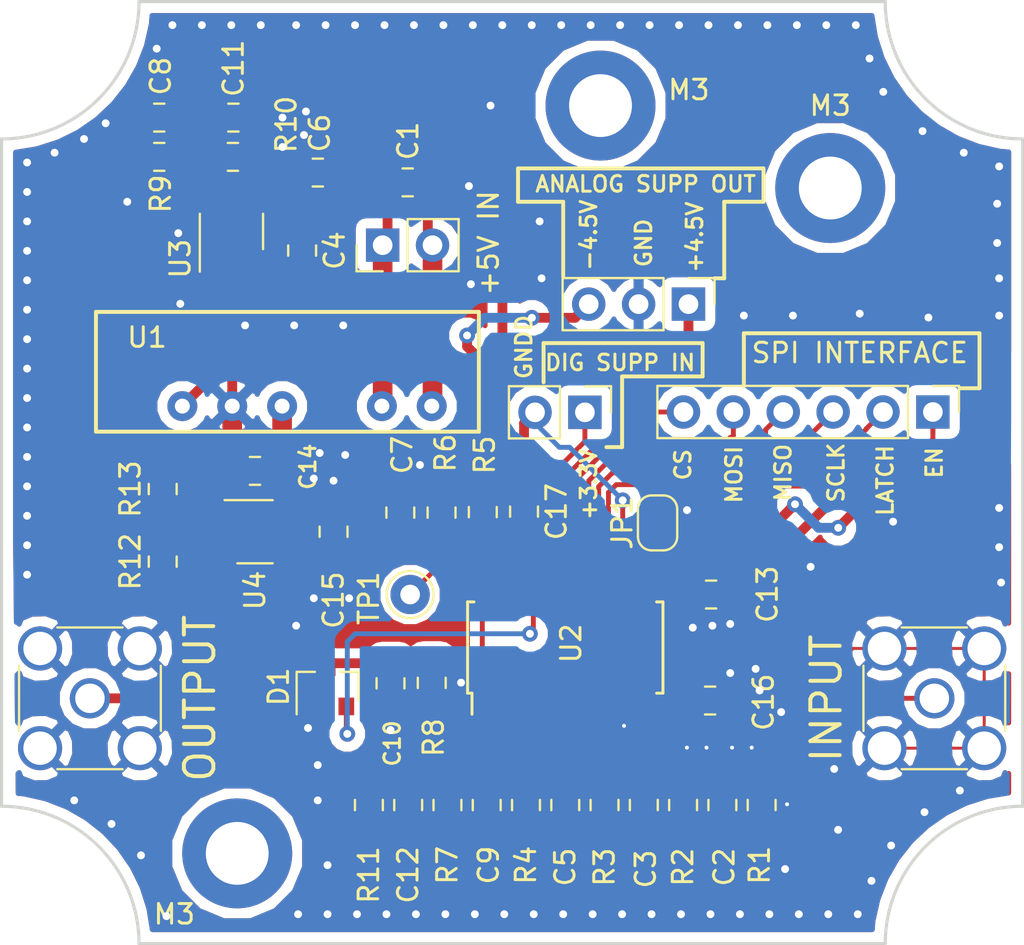
<source format=kicad_pcb>
(kicad_pcb (version 20171130) (host pcbnew 5.0.2-bee76a0~70~ubuntu18.04.1)
  (layers (0 F.Cu signal hide) (31 B.Cu signal hide) (34 B.Paste user) (35 F.Paste user) (36 B.SilkS user) (37 F.SilkS user) (38 B.Mask user) (39 F.Mask user) (44 Edge.Cuts user))
  (net 0 "")
  (net 1 "Net-(C1-Pad1)")
  (net 2 "Net-(C1-Pad2)")
  (net 3 "Net-(C2-Pad2)")
  (net 4 "Net-(C12-Pad1)")
  (net 5 "Net-(C3-Pad2)")
  (net 6 +5V)
  (net 7 GND)
  (net 8 "Net-(C5-Pad2)")
  (net 9 "Net-(C6-Pad1)")
  (net 10 "Net-(C7-Pad2)")
  (net 11 VDDA)
  (net 12 "Net-(C8-Pad2)")
  (net 13 "Net-(C9-Pad2)")
  (net 14 "Net-(C10-Pad2)")
  (net 15 "Net-(C12-Pad2)")
  (net 16 -5V)
  (net 17 VSSA)
  (net 18 +3V3)
  (net 19 GNDD)
  (net 20 EN)
  (net 21 LATCH)
  (net 22 SCLK)
  (net 23 MISO)
  (net 24 MOSI)
  (net 25 CS)
  (net 26 "Net-(JP1-Pad1)")
  (net 27 "Net-(R1-Pad1)")
  (net 28 "Net-(R8-Pad1)")
  (net 29 "Net-(R12-Pad2)")
  (net 30 "Net-(TP1-Pad1)")
  (net 31 "Net-(U2-Pad1)")
  (net 32 "Net-(U2-Pad12)")
  (module my_components:SMA_TE_5-1814400-1 (layer F.Cu) (at 127 110 270)
    (fp_text reference OUTPUT (at 0 -5.6 270) (layer F.SilkS) (effects (font (size 1.5 1.5) (thickness 0.2))))
    (fp_text value Signal_Out hide)
    (pad 2 thru_hole circle (at -2.54 2.54 270) (size 2.25 2.25) (drill 1.7) (layers *.Cu *.Mask) (net 7 GND))
    (pad 2 thru_hole circle (at -2.54 -2.54 270) (size 2.25 2.25) (drill 1.7) (layers *.Cu *.Mask) (net 7 GND))
    (pad 2 thru_hole circle (at 2.54 -2.54 270) (size 2.25 2.25) (drill 1.7) (layers *.Cu *.Mask) (net 7 GND))
    (pad 2 thru_hole circle (at 2.54 2.54 270) (size 2.25 2.25) (drill 1.7) (layers *.Cu *.Mask) (net 7 GND))
    (pad 1 thru_hole circle (at 0 0 270) (size 2.05 2.05) (drill 1.5) (layers *.Cu *.Mask) (net 14 "Net-(C10-Pad2)"))
  )
  (module my_components:SMA_TE_5-1814400-1 (layer F.Cu) (at 170 110 90)
    (fp_text reference INPUT (at 0 -5.5 90) (layer F.SilkS) (effects (font (size 1.5 1.5) (thickness 0.2))))
    (fp_text value Photodiode_conn hide)
    (pad 1 thru_hole circle (at 0 0 90) (size 2.05 2.05) (drill 1.5) (layers *.Cu *.Mask) (net 4 "Net-(C12-Pad1)"))
    (pad 2 thru_hole circle (at 2.54 2.54 90) (size 2.25 2.25) (drill 1.7) (layers *.Cu *.Mask) (net 7 GND))
    (pad 2 thru_hole circle (at 2.54 -2.54 90) (size 2.25 2.25) (drill 1.7) (layers *.Cu *.Mask) (net 7 GND))
    (pad 2 thru_hole circle (at -2.54 -2.54 90) (size 2.25 2.25) (drill 1.7) (layers *.Cu *.Mask) (net 7 GND))
    (pad 2 thru_hole circle (at -2.54 2.54 90) (size 2.25 2.25) (drill 1.7) (layers *.Cu *.Mask) (net 7 GND))
  )
  (module MountingHole:MountingHole_3.2mm_M3_DIN965_Pad (layer F.Cu) (at 153 79.8)
    (fp_text reference M3 (at 4.5 -0.8) (layer F.SilkS))
    (fp_text value MountingHole_3.2mm_M3_DIN965_Pad hide)
    (pad 1 thru_hole circle (at 0 0) (size 5.6 5.6) (drill 3.2) (layers *.Cu *.Mask))
  )
  (module MountingHole:MountingHole_3.2mm_M3_DIN965_Pad (layer F.Cu) (at 164.7 84)
    (fp_text reference M3 (at 0 -4.2) (layer F.SilkS))
    (fp_text value MountingHole_3.2mm_M3_DIN965_Pad hide)
    (pad 1 thru_hole circle (at 0 0) (size 5.6 5.6) (drill 3.2) (layers *.Cu *.Mask))
  )
  (module MountingHole:MountingHole_3.2mm_M3_DIN965_Pad (layer F.Cu) (at 134.5 117.9)
    (fp_text reference M3 (at -3.2 3.1) (layer F.SilkS))
    (fp_text value MountingHole_3.2mm_M3_DIN965_Pad hide)
    (pad 1 thru_hole circle (at 0 0) (size 5.6 5.6) (drill 3.2) (layers *.Cu *.Mask))
  )
  (module Capacitor_SMD:C_0805_2012Metric_Pad1.15x1.40mm_HandSolder (layer F.Cu) (at 143.181 83.712 180)
    (fp_text reference C1 (at -0.019 2.112 270) (layer F.SilkS))
    (fp_text value 2.2µ)
    (pad 1 smd roundrect (at -1.025 0 180) (size 1.15 1.4) (layers F.Cu F.Paste F.Mask) (roundrect_rratio 0.217391) (net 1 "Net-(C1-Pad1)"))
    (pad 2 smd roundrect (at 1.025 0 180) (size 1.15 1.4) (layers F.Cu F.Paste F.Mask) (roundrect_rratio 0.217391) (net 2 "Net-(C1-Pad2)"))
  )
  (module Capacitor_SMD:C_0805_2012Metric_Pad1.15x1.40mm_HandSolder (layer F.Cu) (at 159.206 115.437 90)
    (fp_text reference C2 (at -3.163 0.094 90) (layer F.SilkS))
    (fp_text value 6.2p)
    (pad 2 smd roundrect (at 1.025 0 90) (size 1.15 1.4) (layers F.Cu F.Paste F.Mask) (roundrect_rratio 0.217391) (net 3 "Net-(C2-Pad2)"))
    (pad 1 smd roundrect (at -1.025 0 90) (size 1.15 1.4) (layers F.Cu F.Paste F.Mask) (roundrect_rratio 0.217391) (net 4 "Net-(C12-Pad1)"))
  )
  (module Capacitor_SMD:C_0805_2012Metric_Pad1.15x1.40mm_HandSolder (layer F.Cu) (at 155.206 115.437 90)
    (fp_text reference C3 (at -3.263 0.094 90) (layer F.SilkS))
    (fp_text value 62p)
    (pad 1 smd roundrect (at -1.025 0 90) (size 1.15 1.4) (layers F.Cu F.Paste F.Mask) (roundrect_rratio 0.217391) (net 4 "Net-(C12-Pad1)"))
    (pad 2 smd roundrect (at 1.025 0 90) (size 1.15 1.4) (layers F.Cu F.Paste F.Mask) (roundrect_rratio 0.217391) (net 5 "Net-(C3-Pad2)"))
  )
  (module Capacitor_SMD:C_0805_2012Metric_Pad1.15x1.40mm_HandSolder (layer F.Cu) (at 137.806 87.187 270)
    (fp_text reference C4 (at 0 -1.65 270) (layer F.SilkS))
    (fp_text value 1µ)
    (pad 1 smd roundrect (at -1.025 0 270) (size 1.15 1.4) (layers F.Cu F.Paste F.Mask) (roundrect_rratio 0.217391) (net 6 +5V))
    (pad 2 smd roundrect (at 1.025 0 270) (size 1.15 1.4) (layers F.Cu F.Paste F.Mask) (roundrect_rratio 0.217391) (net 7 GND))
  )
  (module Capacitor_SMD:C_0805_2012Metric_Pad1.15x1.40mm_HandSolder (layer F.Cu) (at 151.206 115.437 90)
    (fp_text reference C5 (at -3.163 -0.006 90) (layer F.SilkS))
    (fp_text value 620p)
    (pad 2 smd roundrect (at 1.025 0 90) (size 1.15 1.4) (layers F.Cu F.Paste F.Mask) (roundrect_rratio 0.217391) (net 8 "Net-(C5-Pad2)"))
    (pad 1 smd roundrect (at -1.025 0 90) (size 1.15 1.4) (layers F.Cu F.Paste F.Mask) (roundrect_rratio 0.217391) (net 4 "Net-(C12-Pad1)"))
  )
  (module Capacitor_SMD:C_0805_2012Metric_Pad1.15x1.40mm_HandSolder (layer F.Cu) (at 138.606 83.212)
    (fp_text reference C6 (at 0.094 -2.012 90) (layer F.SilkS))
    (fp_text value 10n)
    (pad 2 smd roundrect (at 1.025 0) (size 1.15 1.4) (layers F.Cu F.Paste F.Mask) (roundrect_rratio 0.217391) (net 7 GND))
    (pad 1 smd roundrect (at -1.025 0) (size 1.15 1.4) (layers F.Cu F.Paste F.Mask) (roundrect_rratio 0.217391) (net 9 "Net-(C6-Pad1)"))
  )
  (module Capacitor_SMD:C_0805_2012Metric_Pad1.15x1.40mm_HandSolder (layer F.Cu) (at 142.806 100.537 270)
    (fp_text reference C7 (at -2.937 -0.094 270) (layer F.SilkS))
    (fp_text value 100n)
    (pad 1 smd roundrect (at -1.025 0 270) (size 1.15 1.4) (layers F.Cu F.Paste F.Mask) (roundrect_rratio 0.217391) (net 7 GND))
    (pad 2 smd roundrect (at 1.025 0 270) (size 1.15 1.4) (layers F.Cu F.Paste F.Mask) (roundrect_rratio 0.217391) (net 10 "Net-(C7-Pad2)"))
  )
  (module Capacitor_SMD:C_0805_2012Metric_Pad1.15x1.40mm_HandSolder (layer F.Cu) (at 130.531 80.412)
    (fp_text reference C8 (at 0.069 -2.112 90) (layer F.SilkS))
    (fp_text value 68p)
    (pad 1 smd roundrect (at -1.025 0) (size 1.15 1.4) (layers F.Cu F.Paste F.Mask) (roundrect_rratio 0.217391) (net 11 VDDA))
    (pad 2 smd roundrect (at 1.025 0) (size 1.15 1.4) (layers F.Cu F.Paste F.Mask) (roundrect_rratio 0.217391) (net 12 "Net-(C8-Pad2)"))
  )
  (module Capacitor_SMD:C_0805_2012Metric_Pad1.15x1.40mm_HandSolder (layer F.Cu) (at 147.206 115.437 90)
    (fp_text reference C9 (at -3.063 0.094 90) (layer F.SilkS))
    (fp_text value 6.2n)
    (pad 1 smd roundrect (at -1.025 0 90) (size 1.15 1.4) (layers F.Cu F.Paste F.Mask) (roundrect_rratio 0.217391) (net 4 "Net-(C12-Pad1)"))
    (pad 2 smd roundrect (at 1.025 0 90) (size 1.15 1.4) (layers F.Cu F.Paste F.Mask) (roundrect_rratio 0.217391) (net 13 "Net-(C9-Pad2)"))
  )
  (module Capacitor_SMD:C_0805_2012Metric_Pad1.15x1.40mm_HandSolder (layer F.Cu) (at 142.306 109.237 90)
    (fp_text reference C10 (at -3.063 0.094 90) (layer F.SilkS) (effects (font (size 0.8 0.8))))
    (fp_text value 120n)
    (pad 1 smd roundrect (at -1.025 0 90) (size 1.15 1.4) (layers F.Cu F.Paste F.Mask) (roundrect_rratio 0.217391) (net 7 GND))
    (pad 2 smd roundrect (at 1.025 0 90) (size 1.15 1.4) (layers F.Cu F.Paste F.Mask) (roundrect_rratio 0.217391) (net 14 "Net-(C10-Pad2)"))
  )
  (module Capacitor_SMD:C_0805_2012Metric_Pad1.15x1.40mm_HandSolder (layer F.Cu) (at 134.306 80.412)
    (fp_text reference C11 (at 0 -2.512 90) (layer F.SilkS))
    (fp_text value 4.7µ)
    (pad 2 smd roundrect (at 1.025 0) (size 1.15 1.4) (layers F.Cu F.Paste F.Mask) (roundrect_rratio 0.217391) (net 7 GND))
    (pad 1 smd roundrect (at -1.025 0) (size 1.15 1.4) (layers F.Cu F.Paste F.Mask) (roundrect_rratio 0.217391) (net 11 VDDA))
  )
  (module Capacitor_SMD:C_0805_2012Metric_Pad1.15x1.40mm_HandSolder (layer F.Cu) (at 143.206 115.437 90)
    (fp_text reference C12 (at -3.563 -0.006 90) (layer F.SilkS))
    (fp_text value 62n)
    (pad 2 smd roundrect (at 1.025 0 90) (size 1.15 1.4) (layers F.Cu F.Paste F.Mask) (roundrect_rratio 0.217391) (net 15 "Net-(C12-Pad2)"))
    (pad 1 smd roundrect (at -1.025 0 90) (size 1.15 1.4) (layers F.Cu F.Paste F.Mask) (roundrect_rratio 0.217391) (net 4 "Net-(C12-Pad1)"))
  )
  (module Capacitor_SMD:C_0805_2012Metric_Pad1.15x1.40mm_HandSolder (layer F.Cu) (at 158.631 104.712)
    (fp_text reference C13 (at 2.869 -0.012 90) (layer F.SilkS))
    (fp_text value 100n)
    (pad 1 smd roundrect (at -1.025 0) (size 1.15 1.4) (layers F.Cu F.Paste F.Mask) (roundrect_rratio 0.217391) (net 11 VDDA))
    (pad 2 smd roundrect (at 1.025 0) (size 1.15 1.4) (layers F.Cu F.Paste F.Mask) (roundrect_rratio 0.217391) (net 7 GND))
  )
  (module Capacitor_SMD:C_0805_2012Metric_Pad1.15x1.40mm_HandSolder (layer F.Cu) (at 135.406 98.412 180)
    (fp_text reference C14 (at -2.694 0.212 270) (layer F.SilkS) (effects (font (size 0.8 0.8))))
    (fp_text value 1µ)
    (pad 2 smd roundrect (at 1.025 0 180) (size 1.15 1.4) (layers F.Cu F.Paste F.Mask) (roundrect_rratio 0.217391) (net 7 GND))
    (pad 1 smd roundrect (at -1.025 0 180) (size 1.15 1.4) (layers F.Cu F.Paste F.Mask) (roundrect_rratio 0.217391) (net 16 -5V))
  )
  (module Capacitor_SMD:C_0805_2012Metric_Pad1.15x1.40mm_HandSolder (layer F.Cu) (at 139.406 101.512 90)
    (fp_text reference C15 (at -3.488 -0.006 90) (layer F.SilkS))
    (fp_text value 4.7µ)
    (pad 1 smd roundrect (at -1.025 0 90) (size 1.15 1.4) (layers F.Cu F.Paste F.Mask) (roundrect_rratio 0.217391) (net 17 VSSA))
    (pad 2 smd roundrect (at 1.025 0 90) (size 1.15 1.4) (layers F.Cu F.Paste F.Mask) (roundrect_rratio 0.217391) (net 7 GND))
  )
  (module Capacitor_SMD:C_0805_2012Metric_Pad1.15x1.40mm_HandSolder (layer F.Cu) (at 158.581 110.112)
    (fp_text reference C16 (at 2.719 0.088 90) (layer F.SilkS))
    (fp_text value 100n)
    (pad 2 smd roundrect (at 1.025 0) (size 1.15 1.4) (layers F.Cu F.Paste F.Mask) (roundrect_rratio 0.217391) (net 7 GND))
    (pad 1 smd roundrect (at -1.025 0) (size 1.15 1.4) (layers F.Cu F.Paste F.Mask) (roundrect_rratio 0.217391) (net 17 VSSA))
  )
  (module Capacitor_SMD:C_0805_2012Metric_Pad1.15x1.40mm_HandSolder (layer F.Cu) (at 149.106 100.487 270)
    (fp_text reference C17 (at 0 -1.65 270) (layer F.SilkS))
    (fp_text value 100n)
    (pad 2 smd roundrect (at 1.025 0 270) (size 1.15 1.4) (layers F.Cu F.Paste F.Mask) (roundrect_rratio 0.217391) (net 18 +3V3))
    (pad 1 smd roundrect (at -1.025 0 270) (size 1.15 1.4) (layers F.Cu F.Paste F.Mask) (roundrect_rratio 0.217391) (net 19 GNDD))
  )
  (module Package_TO_SOT_SMD:SOT-23 (layer F.Cu) (at 139.106 109.412 90)
    (fp_text reference D1 (at 0 -2.5 90) (layer F.SilkS))
    (fp_text value BAT54S)
    (pad 1 smd rect (at -1 -0.95 90) (size 0.9 0.8) (layers F.Cu F.Paste F.Mask) (net 7 GND))
    (pad 2 smd rect (at -1 0.95 90) (size 0.9 0.8) (layers F.Cu F.Paste F.Mask) (net 18 +3V3))
    (pad 3 smd rect (at 1 0 90) (size 0.9 0.8) (layers F.Cu F.Paste F.Mask) (net 14 "Net-(C10-Pad2)"))
  )
  (module Connector_PinHeader_2.54mm:PinHeader_1x02_P2.54mm_Vertical (layer F.Cu) (at 141.906 86.912 90)
    (fp_text reference "+5V IN" (at 0.112 5.394 90) (layer F.SilkS))
    (fp_text value pwr_input_5V)
    (pad 1 thru_hole rect (at 0 0 90) (size 1.7 1.7) (drill 1) (layers *.Cu *.Mask) (net 2 "Net-(C1-Pad2)"))
    (pad 2 thru_hole oval (at 0 2.54 90) (size 1.7 1.7) (drill 1) (layers *.Cu *.Mask) (net 1 "Net-(C1-Pad1)"))
  )
  (module Connector_PinHeader_2.54mm:PinHeader_1x02_P2.54mm_Vertical (layer F.Cu) (at 152.206 95.4278 270)
    (fp_text reference "DIG SUPP IN" (at -2.5278 -1.794) (layer F.SilkS) (effects (font (size 0.8 0.8))))
    (fp_text value digital_pwr)
    (pad 2 thru_hole oval (at 0 2.54 270) (size 1.7 1.7) (drill 1) (layers *.Cu *.Mask) (net 19 GNDD))
    (pad 1 thru_hole rect (at 0 0 270) (size 1.7 1.7) (drill 1) (layers *.Cu *.Mask) (net 18 +3V3))
  )
  (module Connector_PinHeader_2.54mm:PinHeader_1x03_P2.54mm_Vertical (layer F.Cu) (at 157.48 89.916 270)
    (fp_text reference "ANALOG SUPP OUT" (at -6.116 2.18) (layer F.SilkS) (effects (font (size 0.8 0.8))))
    (fp_text value analog_supply)
    (pad 1 thru_hole rect (at 0 0 270) (size 1.7 1.7) (drill 1) (layers *.Cu *.Mask) (net 11 VDDA))
    (pad 2 thru_hole oval (at 0 2.54 270) (size 1.7 1.7) (drill 1) (layers *.Cu *.Mask) (net 7 GND))
    (pad 3 thru_hole oval (at 0 5.08 270) (size 1.7 1.7) (drill 1) (layers *.Cu *.Mask) (net 17 VSSA))
  )
  (module Connector_PinHeader_2.54mm:PinHeader_1x06_P2.54mm_Vertical (layer F.Cu) (at 169.926 95.412 270)
    (fp_text reference "SPI INTERFACE" (at -3.012 3.726) (layer F.SilkS))
    (fp_text value digital_interface)
    (pad 1 thru_hole rect (at 0 0 270) (size 1.7 1.7) (drill 1) (layers *.Cu *.Mask) (net 20 EN))
    (pad 2 thru_hole oval (at 0 2.54 270) (size 1.7 1.7) (drill 1) (layers *.Cu *.Mask) (net 21 LATCH))
    (pad 3 thru_hole oval (at 0 5.08 270) (size 1.7 1.7) (drill 1) (layers *.Cu *.Mask) (net 22 SCLK))
    (pad 4 thru_hole oval (at 0 7.62 270) (size 1.7 1.7) (drill 1) (layers *.Cu *.Mask) (net 23 MISO))
    (pad 5 thru_hole oval (at 0 10.16 270) (size 1.7 1.7) (drill 1) (layers *.Cu *.Mask) (net 24 MOSI))
    (pad 6 thru_hole oval (at 0 12.7 270) (size 1.7 1.7) (drill 1) (layers *.Cu *.Mask) (net 25 CS))
  )
  (module Jumper:SolderJumper-2_P1.3mm_Open_RoundedPad1.0x1.5mm (layer F.Cu) (at 155.906 101.062 90)
    (fp_text reference JP1 (at 0 -1.8 90) (layer F.SilkS))
    (fp_text value ~)
    (pad 1 smd custom (at -0.65 0 90) (size 1 0.5) (layers F.Cu F.Mask) (net 26 "Net-(JP1-Pad1)") (options (clearance outline) (anchor rect)) (primitives (gr_circle (center 0 0.25) (end 0.5 0.25) (width 0)) (gr_circle (center 0 -0.25) (end 0.5 -0.25) (width 0)) (gr_poly (pts (xy 0 -0.75) (xy 0.5 -0.75) (xy 0.5 0.75) (xy 0 0.75)) (width 0))))
    (pad 2 smd custom (at 0.65 0 90) (size 1 0.5) (layers F.Cu F.Mask) (net 7 GND) (options (clearance outline) (anchor rect)) (primitives (gr_circle (center 0 0.25) (end 0.5 0.25) (width 0)) (gr_circle (center 0 -0.25) (end 0.5 -0.25) (width 0)) (gr_poly (pts (xy 0 -0.75) (xy -0.5 -0.75) (xy -0.5 0.75) (xy 0 0.75)) (width 0))))
  )
  (module Resistor_SMD:R_0805_2012Metric_Pad1.15x1.40mm_HandSolder (layer F.Cu) (at 161.206 115.437 270)
    (fp_text reference R1 (at 3.063 0.106 270) (layer F.SilkS))
    (fp_text value 10M)
    (pad 2 smd roundrect (at 1.025 0 270) (size 1.15 1.4) (layers F.Cu F.Paste F.Mask) (roundrect_rratio 0.217391) (net 4 "Net-(C12-Pad1)"))
    (pad 1 smd roundrect (at -1.025 0 270) (size 1.15 1.4) (layers F.Cu F.Paste F.Mask) (roundrect_rratio 0.217391) (net 27 "Net-(R1-Pad1)"))
  )
  (module Resistor_SMD:R_0805_2012Metric_Pad1.15x1.40mm_HandSolder (layer F.Cu) (at 157.206 115.437 270)
    (fp_text reference R2 (at 3.163 0.006 270) (layer F.SilkS))
    (fp_text value 1M)
    (pad 1 smd roundrect (at -1.025 0 270) (size 1.15 1.4) (layers F.Cu F.Paste F.Mask) (roundrect_rratio 0.217391) (net 3 "Net-(C2-Pad2)"))
    (pad 2 smd roundrect (at 1.025 0 270) (size 1.15 1.4) (layers F.Cu F.Paste F.Mask) (roundrect_rratio 0.217391) (net 4 "Net-(C12-Pad1)"))
  )
  (module Resistor_SMD:R_0805_2012Metric_Pad1.15x1.40mm_HandSolder (layer F.Cu) (at 153.206 115.437 270)
    (fp_text reference R3 (at 3.163 0.006 270) (layer F.SilkS))
    (fp_text value 100k)
    (pad 1 smd roundrect (at -1.025 0 270) (size 1.15 1.4) (layers F.Cu F.Paste F.Mask) (roundrect_rratio 0.217391) (net 5 "Net-(C3-Pad2)"))
    (pad 2 smd roundrect (at 1.025 0 270) (size 1.15 1.4) (layers F.Cu F.Paste F.Mask) (roundrect_rratio 0.217391) (net 4 "Net-(C12-Pad1)"))
  )
  (module Resistor_SMD:R_0805_2012Metric_Pad1.15x1.40mm_HandSolder (layer F.Cu) (at 149.206 115.437 270)
    (fp_text reference R4 (at 3.063 0.006 270) (layer F.SilkS))
    (fp_text value 10k)
    (pad 1 smd roundrect (at -1.025 0 270) (size 1.15 1.4) (layers F.Cu F.Paste F.Mask) (roundrect_rratio 0.217391) (net 8 "Net-(C5-Pad2)"))
    (pad 2 smd roundrect (at 1.025 0 270) (size 1.15 1.4) (layers F.Cu F.Paste F.Mask) (roundrect_rratio 0.217391) (net 4 "Net-(C12-Pad1)"))
  )
  (module Resistor_SMD:R_0805_2012Metric_Pad1.15x1.40mm_HandSolder (layer F.Cu) (at 147.006 100.512 90)
    (fp_text reference R5 (at 2.912 0.094 90) (layer F.SilkS))
    (fp_text value 10k)
    (pad 1 smd roundrect (at -1.025 0 90) (size 1.15 1.4) (layers F.Cu F.Paste F.Mask) (roundrect_rratio 0.217391) (net 10 "Net-(C7-Pad2)"))
    (pad 2 smd roundrect (at 1.025 0 90) (size 1.15 1.4) (layers F.Cu F.Paste F.Mask) (roundrect_rratio 0.217391) (net 18 +3V3))
  )
  (module Resistor_SMD:R_0805_2012Metric_Pad1.15x1.40mm_HandSolder (layer F.Cu) (at 144.906 100.537 270)
    (fp_text reference R6 (at -3.037 -0.194 270) (layer F.SilkS))
    (fp_text value 10k)
    (pad 2 smd roundrect (at 1.025 0 270) (size 1.15 1.4) (layers F.Cu F.Paste F.Mask) (roundrect_rratio 0.217391) (net 10 "Net-(C7-Pad2)"))
    (pad 1 smd roundrect (at -1.025 0 270) (size 1.15 1.4) (layers F.Cu F.Paste F.Mask) (roundrect_rratio 0.217391) (net 7 GND))
  )
  (module Resistor_SMD:R_0805_2012Metric_Pad1.15x1.40mm_HandSolder (layer F.Cu) (at 145.206 115.437 270)
    (fp_text reference R7 (at 3.063 0.006 270) (layer F.SilkS))
    (fp_text value 1k)
    (pad 1 smd roundrect (at -1.025 0 270) (size 1.15 1.4) (layers F.Cu F.Paste F.Mask) (roundrect_rratio 0.217391) (net 13 "Net-(C9-Pad2)"))
    (pad 2 smd roundrect (at 1.025 0 270) (size 1.15 1.4) (layers F.Cu F.Paste F.Mask) (roundrect_rratio 0.217391) (net 4 "Net-(C12-Pad1)"))
  )
  (module Resistor_SMD:R_0805_2012Metric_Pad1.15x1.40mm_HandSolder (layer F.Cu) (at 144.406 109.212 90)
    (fp_text reference R8 (at -2.788 0.094 90) (layer F.SilkS))
    (fp_text value 50)
    (pad 2 smd roundrect (at 1.025 0 90) (size 1.15 1.4) (layers F.Cu F.Paste F.Mask) (roundrect_rratio 0.217391) (net 14 "Net-(C10-Pad2)"))
    (pad 1 smd roundrect (at -1.025 0 90) (size 1.15 1.4) (layers F.Cu F.Paste F.Mask) (roundrect_rratio 0.217391) (net 28 "Net-(R8-Pad1)"))
  )
  (module Resistor_SMD:R_0805_2012Metric_Pad1.15x1.40mm_HandSolder (layer F.Cu) (at 130.531 82.412)
    (fp_text reference R9 (at 0.069 1.888 90) (layer F.SilkS))
    (fp_text value 15k)
    (pad 2 smd roundrect (at 1.025 0) (size 1.15 1.4) (layers F.Cu F.Paste F.Mask) (roundrect_rratio 0.217391) (net 12 "Net-(C8-Pad2)"))
    (pad 1 smd roundrect (at -1.025 0) (size 1.15 1.4) (layers F.Cu F.Paste F.Mask) (roundrect_rratio 0.217391) (net 11 VDDA))
  )
  (module Resistor_SMD:R_0805_2012Metric_Pad1.15x1.40mm_HandSolder (layer F.Cu) (at 134.281 82.412)
    (fp_text reference R10 (at 2.719 -1.65 90) (layer F.SilkS))
    (fp_text value 5.6k)
    (pad 2 smd roundrect (at 1.025 0) (size 1.15 1.4) (layers F.Cu F.Paste F.Mask) (roundrect_rratio 0.217391) (net 7 GND))
    (pad 1 smd roundrect (at -1.025 0) (size 1.15 1.4) (layers F.Cu F.Paste F.Mask) (roundrect_rratio 0.217391) (net 12 "Net-(C8-Pad2)"))
  )
  (module Resistor_SMD:R_0805_2012Metric_Pad1.15x1.40mm_HandSolder (layer F.Cu) (at 141.206 115.437 270)
    (fp_text reference R11 (at 3.563 0.006 270) (layer F.SilkS))
    (fp_text value 100)
    (pad 1 smd roundrect (at -1.025 0 270) (size 1.15 1.4) (layers F.Cu F.Paste F.Mask) (roundrect_rratio 0.217391) (net 15 "Net-(C12-Pad2)"))
    (pad 2 smd roundrect (at 1.025 0 270) (size 1.15 1.4) (layers F.Cu F.Paste F.Mask) (roundrect_rratio 0.217391) (net 4 "Net-(C12-Pad1)"))
  )
  (module Resistor_SMD:R_0805_2012Metric_Pad1.15x1.40mm_HandSolder (layer F.Cu) (at 130.706 103.037 90)
    (fp_text reference R12 (at 0 -1.65 90) (layer F.SilkS))
    (fp_text value 33k)
    (pad 1 smd roundrect (at -1.025 0 90) (size 1.15 1.4) (layers F.Cu F.Paste F.Mask) (roundrect_rratio 0.217391) (net 17 VSSA))
    (pad 2 smd roundrect (at 1.025 0 90) (size 1.15 1.4) (layers F.Cu F.Paste F.Mask) (roundrect_rratio 0.217391) (net 29 "Net-(R12-Pad2)"))
  )
  (module Resistor_SMD:R_0805_2012Metric_Pad1.15x1.40mm_HandSolder (layer F.Cu) (at 130.706 99.337 90)
    (fp_text reference R13 (at 0 -1.65 90) (layer F.SilkS))
    (fp_text value 12k)
    (pad 2 smd roundrect (at 1.025 0 90) (size 1.15 1.4) (layers F.Cu F.Paste F.Mask) (roundrect_rratio 0.217391) (net 7 GND))
    (pad 1 smd roundrect (at -1.025 0 90) (size 1.15 1.4) (layers F.Cu F.Paste F.Mask) (roundrect_rratio 0.217391) (net 29 "Net-(R12-Pad2)"))
  )
  (module TestPoint:TestPoint_THTPad_D2.0mm_Drill1.0mm (layer F.Cu) (at 143.306 104.712)
    (fp_text reference TP1 (at -2.106 0.188 90) (layer F.SilkS))
    (fp_text value TestPoint)
    (pad 1 thru_hole circle (at 0 0) (size 2 2) (drill 1) (layers *.Cu *.Mask) (net 30 "Net-(TP1-Pad1)"))
  )
  (module my_components:TMA0505D (layer F.Cu) (at 144.406 95.112 180)
    (fp_text reference U1 (at 14.5 3.5 180) (layer F.SilkS))
    (fp_text value TMA0505D)
    (pad 1 thru_hole circle (at 0 0 180) (size 1.524 1.524) (drill 0.762) (layers *.Cu *.Mask) (net 1 "Net-(C1-Pad1)"))
    (pad 2 thru_hole circle (at 2.54 0 180) (size 1.524 1.524) (drill 0.762) (layers *.Cu *.Mask) (net 2 "Net-(C1-Pad2)"))
    (pad 3 thru_hole circle (at 7.62 0 180) (size 1.524 1.524) (drill 0.762) (layers *.Cu *.Mask) (net 16 -5V))
    (pad 4 thru_hole circle (at 10.16 0 180) (size 1.524 1.524) (drill 0.762) (layers *.Cu *.Mask) (net 7 GND))
    (pad 5 thru_hole circle (at 12.7 0 180) (size 1.524 1.524) (drill 0.762) (layers *.Cu *.Mask) (net 6 +5V))
  )
  (module Package_SO:TSSOP-28_4.4x9.7mm_P0.65mm (layer F.Cu) (at 151.206 107.412 90)
    (fp_text reference U2 (at 0.212 0.294 90) (layer F.SilkS))
    (fp_text value ADA4350)
    (pad 1 smd rect (at -2.85 -4.225 90) (size 1.1 0.4) (layers F.Cu F.Paste F.Mask) (net 31 "Net-(U2-Pad1)"))
    (pad 2 smd rect (at -2.85 -3.575 90) (size 1.1 0.4) (layers F.Cu F.Paste F.Mask) (net 28 "Net-(R8-Pad1)"))
    (pad 3 smd rect (at -2.85 -2.925 90) (size 1.1 0.4) (layers F.Cu F.Paste F.Mask) (net 28 "Net-(R8-Pad1)"))
    (pad 4 smd rect (at -2.85 -2.275 90) (size 1.1 0.4) (layers F.Cu F.Paste F.Mask) (net 15 "Net-(C12-Pad2)"))
    (pad 5 smd rect (at -2.85 -1.625 90) (size 1.1 0.4) (layers F.Cu F.Paste F.Mask) (net 13 "Net-(C9-Pad2)"))
    (pad 6 smd rect (at -2.85 -0.975 90) (size 1.1 0.4) (layers F.Cu F.Paste F.Mask) (net 8 "Net-(C5-Pad2)"))
    (pad 7 smd rect (at -2.85 -0.325 90) (size 1.1 0.4) (layers F.Cu F.Paste F.Mask) (net 5 "Net-(C3-Pad2)"))
    (pad 8 smd rect (at -2.85 0.325 90) (size 1.1 0.4) (layers F.Cu F.Paste F.Mask) (net 3 "Net-(C2-Pad2)"))
    (pad 9 smd rect (at -2.85 0.975 90) (size 1.1 0.4) (layers F.Cu F.Paste F.Mask) (net 27 "Net-(R1-Pad1)"))
    (pad 10 smd rect (at -2.85 1.625 90) (size 1.1 0.4) (layers F.Cu F.Paste F.Mask) (net 4 "Net-(C12-Pad1)"))
    (pad 11 smd rect (at -2.85 2.275 90) (size 1.1 0.4) (layers F.Cu F.Paste F.Mask) (net 7 GND))
    (pad 12 smd rect (at -2.85 2.925 90) (size 1.1 0.4) (layers F.Cu F.Paste F.Mask) (net 32 "Net-(U2-Pad12)"))
    (pad 13 smd rect (at -2.85 3.575 90) (size 1.1 0.4) (layers F.Cu F.Paste F.Mask) (net 32 "Net-(U2-Pad12)"))
    (pad 14 smd rect (at -2.85 4.225 90) (size 1.1 0.4) (layers F.Cu F.Paste F.Mask) (net 17 VSSA))
    (pad 15 smd rect (at 2.85 4.225 90) (size 1.1 0.4) (layers F.Cu F.Paste F.Mask) (net 11 VDDA))
    (pad 16 smd rect (at 2.85 3.575 90) (size 1.1 0.4) (layers F.Cu F.Paste F.Mask) (net 20 EN))
    (pad 17 smd rect (at 2.85 2.925 90) (size 1.1 0.4) (layers F.Cu F.Paste F.Mask) (net 26 "Net-(JP1-Pad1)"))
    (pad 18 smd rect (at 2.85 2.275 90) (size 1.1 0.4) (layers F.Cu F.Paste F.Mask) (net 19 GNDD))
    (pad 19 smd rect (at 2.85 1.625 90) (size 1.1 0.4) (layers F.Cu F.Paste F.Mask) (net 21 LATCH))
    (pad 20 smd rect (at 2.85 0.975 90) (size 1.1 0.4) (layers F.Cu F.Paste F.Mask) (net 22 SCLK))
    (pad 21 smd rect (at 2.85 0.325 90) (size 1.1 0.4) (layers F.Cu F.Paste F.Mask) (net 23 MISO))
    (pad 22 smd rect (at 2.85 -0.325 90) (size 1.1 0.4) (layers F.Cu F.Paste F.Mask) (net 24 MOSI))
    (pad 23 smd rect (at 2.85 -0.975 90) (size 1.1 0.4) (layers F.Cu F.Paste F.Mask) (net 25 CS))
    (pad 24 smd rect (at 2.85 -1.625 90) (size 1.1 0.4) (layers F.Cu F.Paste F.Mask) (net 18 +3V3))
    (pad 25 smd rect (at 2.85 -2.275 90) (size 1.1 0.4) (layers F.Cu F.Paste F.Mask) (net 10 "Net-(C7-Pad2)"))
    (pad 26 smd rect (at 2.85 -2.925 90) (size 1.1 0.4) (layers F.Cu F.Paste F.Mask) (net 30 "Net-(TP1-Pad1)"))
    (pad 27 smd rect (at 2.85 -3.575 90) (size 1.1 0.4) (layers F.Cu F.Paste F.Mask) (net 31 "Net-(U2-Pad1)"))
    (pad 28 smd rect (at 2.85 -4.225 90) (size 1.1 0.4) (layers F.Cu F.Paste F.Mask) (net 31 "Net-(U2-Pad1)"))
  )
  (module Package_TO_SOT_SMD:SOT-23-6_Handsoldering (layer F.Cu) (at 134.206 86.212 90)
    (fp_text reference U3 (at -1.388 -2.606 90) (layer F.SilkS))
    (fp_text value TPS79301-EP)
    (pad 1 smd rect (at -1.35 -0.95 90) (size 1.56 0.65) (layers F.Cu F.Paste F.Mask) (net 6 +5V))
    (pad 2 smd rect (at -1.35 0 90) (size 1.56 0.65) (layers F.Cu F.Paste F.Mask) (net 7 GND))
    (pad 3 smd rect (at -1.35 0.95 90) (size 1.56 0.65) (layers F.Cu F.Paste F.Mask) (net 6 +5V))
    (pad 4 smd rect (at 1.35 0.95 90) (size 1.56 0.65) (layers F.Cu F.Paste F.Mask) (net 9 "Net-(C6-Pad1)"))
    (pad 6 smd rect (at 1.35 -0.95 90) (size 1.56 0.65) (layers F.Cu F.Paste F.Mask) (net 11 VDDA))
    (pad 5 smd rect (at 1.35 0 90) (size 1.56 0.65) (layers F.Cu F.Paste F.Mask) (net 12 "Net-(C8-Pad2)"))
  )
  (module Package_TO_SOT_SMD:SOT-23-5_HandSoldering (layer F.Cu) (at 135.406 101.512)
    (fp_text reference U4 (at 0 2.988 90) (layer F.SilkS))
    (fp_text value MIC5270)
    (pad 1 smd rect (at -1.35 -0.95) (size 1.56 0.65) (layers F.Cu F.Paste F.Mask))
    (pad 2 smd rect (at -1.35 0) (size 1.56 0.65) (layers F.Cu F.Paste F.Mask) (net 7 GND))
    (pad 3 smd rect (at -1.35 0.95) (size 1.56 0.65) (layers F.Cu F.Paste F.Mask) (net 29 "Net-(R12-Pad2)"))
    (pad 4 smd rect (at 1.35 0.95) (size 1.56 0.65) (layers F.Cu F.Paste F.Mask) (net 17 VSSA))
    (pad 5 smd rect (at 1.35 -0.95) (size 1.56 0.65) (layers F.Cu F.Paste F.Mask) (net 16 -5V))
  )
  (gr_line (start 172.3 94.2) (end 171.3 94.2) (layer F.SilkS) (width 0.2))
  (gr_line (start 172.3 91.4) (end 172.3 94.2) (layer F.SilkS) (width 0.2))
  (gr_line (start 160.3 91.4) (end 172.3 91.4) (layer F.SilkS) (width 0.2))
  (gr_line (start 160.3 94.1) (end 160.3 91.4) (layer F.SilkS) (width 0.2))
  (gr_line (start 159.3 88.6) (end 158.8 88.6) (layer F.SilkS) (width 0.2))
  (gr_line (start 159.3 84.7) (end 159.3 88.6) (layer F.SilkS) (width 0.2))
  (gr_line (start 161.3 84.7) (end 159.3 84.7) (layer F.SilkS) (width 0.2))
  (gr_line (start 161.3 83) (end 161.3 84.7) (layer F.SilkS) (width 0.2))
  (gr_line (start 148.8 83) (end 161.3 83) (layer F.SilkS) (width 0.2))
  (gr_line (start 148.8 84.7) (end 148.8 83) (layer F.SilkS) (width 0.2))
  (gr_line (start 151.1 84.7) (end 148.8 84.7) (layer F.SilkS) (width 0.2))
  (gr_line (start 151.1 88.5) (end 151.1 84.7) (layer F.SilkS) (width 0.2))
  (gr_line (start 154.1 97.2) (end 153.3 97.2) (layer F.SilkS) (width 0.2))
  (gr_line (start 154.1 93.6) (end 154.1 97.2) (layer F.SilkS) (width 0.2))
  (gr_line (start 158.2 93.6) (end 154.1 93.6) (layer F.SilkS) (width 0.2))
  (gr_line (start 158.2 93.4) (end 158.2 93.6) (layer F.SilkS) (width 0.2))
  (gr_line (start 158.2 91.9) (end 158.2 93.4) (layer F.SilkS) (width 0.2))
  (gr_line (start 150.1 91.9) (end 158.2 91.9) (layer F.SilkS) (width 0.2))
  (gr_line (start 150.1 93.9) (end 150.1 91.9) (layer F.SilkS) (width 0.2))
  (gr_text GNDD (at 149.1 92.1 90) (layer F.SilkS) (effects (font (size 0.8 0.8))))
  (gr_text +3.3V (at 152.4 99.1 90) (layer F.SilkS) (effects (font (size 0.8 0.8))))
  (gr_text CS (at 157.2 98.1 90) (layer F.SilkS) (effects (font (size 0.8 0.8))))
  (gr_text MOSI (at 159.8 98.6 90) (layer F.SilkS) (effects (font (size 0.8 0.8))))
  (gr_text MISO (at 162.3 98.5 90) (layer F.SilkS) (effects (font (size 0.8 0.8))))
  (gr_text SCLK (at 165 98.5 90) (layer F.SilkS) (effects (font (size 0.8 0.8))))
  (gr_text LATCH (at 167.5 98.9 90) (layer F.SilkS) (effects (font (size 0.8 0.8))))
  (gr_text EN (at 170 98 90) (layer F.SilkS) (effects (font (size 0.8 0.8))))
  (gr_text +4.5V (at 157.8 86.5 90) (layer F.SilkS) (effects (font (size 0.8 0.8))))
  (gr_text GND (at 155.2 86.8 90) (layer F.SilkS) (effects (font (size 0.8 0.8))))
  (gr_text -4.5V (at 152.4 86.4 90) (layer F.SilkS) (effects (font (size 0.8 0.8))))
  (gr_line (start 129.5 74.5) (end 167.5 74.5) (angle 90) (layer Edge.Cuts) (width 0.16))
  (gr_line (start 174.5 81.5) (end 174.5 115.5) (angle 90) (layer Edge.Cuts) (width 0.16))
  (gr_line (start 167.5 122.5) (end 129.5 122.5) (angle 90) (layer Edge.Cuts) (width 0.16))
  (gr_line (start 122.5 115.5) (end 122.5 81.5) (angle 90) (layer Edge.Cuts) (width 0.16))
  (gr_arc (start 122.5 74.5) (end 122.5 81.5) (angle -90) (layer Edge.Cuts) (width 0.16))
  (gr_arc (start 174.5 74.5) (end 167.5 74.5) (angle -90) (layer Edge.Cuts) (width 0.16))
  (gr_arc (start 122.5 122.5) (end 129.5 122.5) (angle -90) (layer Edge.Cuts) (width 0.16))
  (gr_arc (start 174.5 122.5) (end 174.5 115.5) (angle -90) (layer Edge.Cuts) (width 0.16))
  (via (at 123.8 103.7) (size 0.8) (drill 0.4) (layers F.Cu B.Cu) (net 7))
  (via (at 123.8 102.2) (size 0.8) (drill 0.4) (layers F.Cu B.Cu) (net 7))
  (via (at 123.8 100.7) (size 0.8) (drill 0.4) (layers F.Cu B.Cu) (net 7))
  (via (at 123.8 99.2) (size 0.8) (drill 0.4) (layers F.Cu B.Cu) (net 7))
  (via (at 123.8 97.7) (size 0.8) (drill 0.4) (layers F.Cu B.Cu) (net 7))
  (via (at 123.8 96.2) (size 0.8) (drill 0.4) (layers F.Cu B.Cu) (net 7))
  (via (at 123.8 94.7) (size 0.8) (drill 0.4) (layers F.Cu B.Cu) (net 7))
  (via (at 123.8 93.2) (size 0.8) (drill 0.4) (layers F.Cu B.Cu) (net 7))
  (via (at 123.8 91.7) (size 0.8) (drill 0.4) (layers F.Cu B.Cu) (net 7))
  (via (at 123.8 90.2) (size 0.8) (drill 0.4) (layers F.Cu B.Cu) (net 7))
  (via (at 123.8 88.7) (size 0.8) (drill 0.4) (layers F.Cu B.Cu) (net 7))
  (via (at 123.8 87.2) (size 0.8) (drill 0.4) (layers F.Cu B.Cu) (net 7))
  (via (at 123.8 85.7) (size 0.8) (drill 0.4) (layers F.Cu B.Cu) (net 7))
  (via (at 123.8 84.2) (size 0.8) (drill 0.4) (layers F.Cu B.Cu) (net 7))
  (via (at 123.8 82.7) (size 0.8) (drill 0.4) (layers F.Cu B.Cu) (net 7))
  (via (at 130.4 76.9) (size 0.8) (drill 0.4) (layers F.Cu B.Cu) (net 7))
  (via (at 135.7 75.7) (size 0.8) (drill 0.4) (layers F.Cu B.Cu) (net 7))
  (via (at 134.2 75.7) (size 0.8) (drill 0.4) (layers F.Cu B.Cu) (net 7))
  (via (at 132.7 75.7) (size 0.8) (drill 0.4) (layers F.Cu B.Cu) (net 7))
  (via (at 131.2 75.7) (size 0.8) (drill 0.4) (layers F.Cu B.Cu) (net 7))
  (via (at 137.6 121) (size 0.8) (drill 0.4) (layers F.Cu B.Cu) (net 7))
  (segment (start 144.446 95.072) (end 144.406 95.112) (width 1) (layer F.Cu) (net 1))
  (segment (start 144.446 86.912) (end 144.446 95.072) (width 1) (layer F.Cu) (net 1))
  (segment (start 144.206 86.672) (end 144.446 86.912) (width 0.5) (layer F.Cu) (net 1))
  (segment (start 144.206 83.712) (end 144.206 86.672) (width 0.5) (layer F.Cu) (net 1))
  (segment (start 141.906 95.072) (end 141.866 95.112) (width 1) (layer F.Cu) (net 2))
  (segment (start 141.906 86.912) (end 141.906 95.072) (width 1) (layer F.Cu) (net 2))
  (segment (start 142.156 86.662) (end 141.906 86.912) (width 0.5) (layer F.Cu) (net 2))
  (segment (start 142.156 83.712) (end 142.156 86.662) (width 0.5) (layer F.Cu) (net 2))
  (segment (start 157.206 114.412) (end 159.206 114.412) (width 1) (layer F.Cu) (net 3))
  (segment (start 156.582628 113.788628) (end 157.206 114.412) (width 0.25) (layer F.Cu) (net 3))
  (segment (start 156.30599 113.51199) (end 156.582628 113.788628) (width 0.25) (layer F.Cu) (net 3))
  (segment (start 153.80599 113.51199) (end 156.30599 113.51199) (width 0.25) (layer F.Cu) (net 3))
  (segment (start 151.531 111.237) (end 153.80599 113.51199) (width 0.25) (layer F.Cu) (net 3))
  (segment (start 151.531 110.262) (end 151.531 111.237) (width 0.25) (layer F.Cu) (net 3))
  (segment (start 141.206 116.462) (end 143.206 116.462) (width 1) (layer F.Cu) (net 4))
  (segment (start 143.206 116.462) (end 145.206 116.462) (width 1) (layer F.Cu) (net 4))
  (segment (start 145.206 116.462) (end 147.206 116.462) (width 1) (layer F.Cu) (net 4))
  (segment (start 147.206 116.462) (end 149.206 116.462) (width 1) (layer F.Cu) (net 4))
  (segment (start 149.206 116.462) (end 151.206 116.462) (width 1) (layer F.Cu) (net 4))
  (segment (start 151.206 116.462) (end 153.206 116.462) (width 1) (layer F.Cu) (net 4))
  (segment (start 153.206 116.462) (end 155.206 116.462) (width 1) (layer F.Cu) (net 4))
  (segment (start 155.206 116.462) (end 157.206 116.462) (width 1) (layer F.Cu) (net 4))
  (segment (start 157.206 116.462) (end 159.206 116.462) (width 1) (layer F.Cu) (net 4))
  (segment (start 159.206 116.462) (end 161.206 116.462) (width 1) (layer F.Cu) (net 4))
  (segment (start 152.831 110.262) (end 152.831 111.062) (width 0.25) (layer F.Cu) (net 4))
  (segment (start 162.656 116.462) (end 161.206 116.462) (width 0.25) (layer F.Cu) (net 4))
  (segment (start 152.831 111.062) (end 153.73099 111.96199) (width 0.25) (layer F.Cu) (net 4))
  (segment (start 153.73099 111.96199) (end 161.25599 111.96199) (width 0.25) (layer F.Cu) (net 4))
  (segment (start 161.25599 111.96199) (end 163.206 113.912) (width 0.25) (layer F.Cu) (net 4))
  (segment (start 163.206 113.912) (end 163.206 115.912) (width 0.25) (layer F.Cu) (net 4))
  (segment (start 163.206 115.912) (end 162.656 116.462) (width 0.25) (layer F.Cu) (net 4))
  (segment (start 163.206 113.912) (end 163.206 112.012) (width 0.25) (layer F.Cu) (net 4))
  (segment (start 165.218 110) (end 170 110) (width 0.25) (layer F.Cu) (net 4))
  (segment (start 163.206 112.012) (end 165.218 110) (width 0.25) (layer F.Cu) (net 4))
  (segment (start 153.206 114.412) (end 155.206 114.412) (width 1) (layer F.Cu) (net 5))
  (segment (start 150.881 111.412) (end 150.881 111.062) (width 0.25) (layer F.Cu) (net 5))
  (segment (start 153.206 113.737) (end 150.881 111.412) (width 0.25) (layer F.Cu) (net 5))
  (segment (start 150.881 111.062) (end 150.881 110.262) (width 0.25) (layer F.Cu) (net 5))
  (segment (start 153.206 114.412) (end 153.206 113.737) (width 0.25) (layer F.Cu) (net 5))
  (segment (start 133.256 93.562) (end 131.706 95.112) (width 0.5) (layer F.Cu) (net 6))
  (segment (start 133.256 87.562) (end 133.256 93.562) (width 0.5) (layer F.Cu) (net 6))
  (segment (start 135.156 86.582) (end 135.156 87.562) (width 0.2) (layer F.Cu) (net 6))
  (segment (start 134.786 86.212) (end 135.156 86.582) (width 0.2) (layer F.Cu) (net 6))
  (segment (start 133.626 86.212) (end 134.786 86.212) (width 0.2) (layer F.Cu) (net 6))
  (segment (start 133.256 86.582) (end 133.626 86.212) (width 0.2) (layer F.Cu) (net 6))
  (segment (start 133.256 87.562) (end 133.256 86.582) (width 0.2) (layer F.Cu) (net 6))
  (segment (start 135.981 87.562) (end 136.206 87.337) (width 0.5) (layer F.Cu) (net 6))
  (segment (start 135.156 87.562) (end 135.981 87.562) (width 0.5) (layer F.Cu) (net 6))
  (segment (start 136.206 87.337) (end 136.206 86.712) (width 0.5) (layer F.Cu) (net 6))
  (segment (start 136.756 86.162) (end 137.806 86.162) (width 0.5) (layer F.Cu) (net 6))
  (segment (start 136.206 86.712) (end 136.756 86.162) (width 0.5) (layer F.Cu) (net 6))
  (via (at 154.2 111.4) (size 0.4) (drill 0.2) (layers F.Cu B.Cu) (net 7))
  (segment (start 154.406 112.512) (end 154.406 112.512) (width 0.15) (layer F.Cu) (net 7))
  (via (at 157.4 112.512) (size 0.4) (drill 0.2) (layers F.Cu B.Cu) (net 7))
  (segment (start 154.406 112.512) (end 153.906 112.012) (width 0.15) (layer B.Cu) (net 7))
  (segment (start 153.906 112.012) (end 153.906 111.512) (width 0.15) (layer B.Cu) (net 7))
  (segment (start 153.481 110.262) (end 153.481 111.062) (width 0.25) (layer F.Cu) (net 7))
  (via (at 159.606 108.712) (size 0.8) (drill 0.4) (layers F.Cu B.Cu) (net 7))
  (segment (start 159.606 110.112) (end 159.606 108.712) (width 0.4) (layer F.Cu) (net 7))
  (segment (start 159.706 110.012) (end 159.606 110.112) (width 0.15) (layer F.Cu) (net 7))
  (segment (start 160.206 110.012) (end 159.706 110.012) (width 0.15) (layer F.Cu) (net 7))
  (segment (start 160.206 111.412) (end 160.206 110.012) (width 0.15) (layer F.Cu) (net 7))
  (via (at 159.606 106.212) (size 0.8) (drill 0.4) (layers F.Cu B.Cu) (net 7))
  (segment (start 159.656 104.712) (end 159.656 106.162) (width 0.5) (layer F.Cu) (net 7))
  (segment (start 159.656 106.162) (end 159.606 106.212) (width 0.5) (layer F.Cu) (net 7))
  (via (at 142.306 111.612) (size 0.8) (drill 0.4) (layers F.Cu B.Cu) (net 7))
  (segment (start 142.306 110.262) (end 142.306 111.612) (width 0.5) (layer F.Cu) (net 7))
  (via (at 138.106 111.512) (size 0.8) (drill 0.4) (layers F.Cu B.Cu) (net 7))
  (segment (start 138.156 110.412) (end 138.156 111.462) (width 0.5) (layer F.Cu) (net 7))
  (segment (start 138.156 111.462) (end 138.106 111.512) (width 0.5) (layer F.Cu) (net 7))
  (via (at 157.406 100.412) (size 0.8) (drill 0.4) (layers F.Cu B.Cu) (net 7))
  (via (at 143.806 98.112) (size 0.8) (drill 0.4) (layers F.Cu B.Cu) (net 7))
  (segment (start 157.406 100.412) (end 155.906 100.412) (width 0.25) (layer F.Cu) (net 7))
  (segment (start 134.246 87.602) (end 134.206 87.562) (width 0.5) (layer F.Cu) (net 7))
  (segment (start 134.326001 88.792001) (end 134.246 88.712) (width 0.5) (layer F.Cu) (net 7))
  (segment (start 136.425999 88.792001) (end 134.326001 88.792001) (width 0.5) (layer F.Cu) (net 7))
  (segment (start 137.006 88.212) (end 136.425999 88.792001) (width 0.5) (layer F.Cu) (net 7))
  (segment (start 137.806 88.212) (end 137.006 88.212) (width 0.5) (layer F.Cu) (net 7))
  (segment (start 134.246 88.712) (end 134.246 87.602) (width 0.5) (layer F.Cu) (net 7))
  (segment (start 139.631 86.387) (end 137.806 88.212) (width 0.4) (layer F.Cu) (net 7))
  (segment (start 139.631 83.212) (end 139.631 86.387) (width 0.4) (layer F.Cu) (net 7))
  (segment (start 139.631 82.337) (end 139.631 83.212) (width 0.4) (layer F.Cu) (net 7))
  (segment (start 139.206 81.912) (end 139.631 82.337) (width 0.4) (layer F.Cu) (net 7))
  (segment (start 135.306 82.412) (end 135.981 82.412) (width 0.4) (layer F.Cu) (net 7))
  (segment (start 135.981 82.412) (end 136.481 81.912) (width 0.4) (layer F.Cu) (net 7))
  (segment (start 135.331 82.387) (end 135.306 82.412) (width 0.5) (layer F.Cu) (net 7))
  (segment (start 135.331 80.412) (end 135.331 82.387) (width 0.5) (layer F.Cu) (net 7))
  (via (at 136.806 80.412) (size 0.8) (drill 0.4) (layers F.Cu B.Cu) (net 7))
  (segment (start 135.331 80.412) (end 136.806 80.412) (width 0.5) (layer F.Cu) (net 7))
  (via (at 136.806 81.912) (size 0.8) (drill 0.4) (layers F.Cu B.Cu) (net 7))
  (segment (start 136.806 80.412) (end 136.806 81.912) (width 0.5) (layer F.Cu) (net 7))
  (segment (start 136.481 81.912) (end 136.806 81.912) (width 0.4) (layer F.Cu) (net 7))
  (segment (start 136.806 81.912) (end 139.206 81.912) (width 0.4) (layer F.Cu) (net 7))
  (segment (start 134.246 98.277) (end 134.381 98.412) (width 1) (layer F.Cu) (net 7))
  (segment (start 134.246 95.112) (end 134.246 98.277) (width 1) (layer F.Cu) (net 7))
  (segment (start 132.776 101.512) (end 134.056 101.512) (width 0.5) (layer F.Cu) (net 7))
  (segment (start 132.406 101.142) (end 132.776 101.512) (width 0.5) (layer F.Cu) (net 7))
  (segment (start 132.406 99.512) (end 132.406 101.142) (width 0.5) (layer F.Cu) (net 7))
  (segment (start 133.506 98.412) (end 132.406 99.512) (width 0.5) (layer F.Cu) (net 7))
  (segment (start 134.381 98.412) (end 133.506 98.412) (width 0.5) (layer F.Cu) (net 7))
  (segment (start 133.406 98.312) (end 133.506 98.412) (width 0.5) (layer F.Cu) (net 7))
  (segment (start 130.706 98.312) (end 133.406 98.312) (width 0.5) (layer F.Cu) (net 7))
  (segment (start 138.206 93.312) (end 134.246 93.312) (width 0.5) (layer F.Cu) (net 7))
  (segment (start 139.406 94.512) (end 138.206 93.312) (width 0.5) (layer F.Cu) (net 7))
  (segment (start 134.246 95.112) (end 134.246 93.312) (width 0.5) (layer F.Cu) (net 7))
  (segment (start 134.246 93.312) (end 134.246 88.712) (width 0.5) (layer F.Cu) (net 7))
  (segment (start 142.806 99.112) (end 143.806 98.112) (width 0.25) (layer F.Cu) (net 7))
  (segment (start 142.806 99.512) (end 142.806 99.112) (width 0.25) (layer F.Cu) (net 7))
  (segment (start 143.806 98.412) (end 144.906 99.512) (width 0.25) (layer F.Cu) (net 7))
  (segment (start 143.806 98.112) (end 143.806 98.412) (width 0.25) (layer F.Cu) (net 7))
  (segment (start 142.806 99.512) (end 144.906 99.512) (width 0.25) (layer F.Cu) (net 7))
  (via (at 139.406 98.912) (size 0.8) (drill 0.4) (layers F.Cu B.Cu) (net 7))
  (segment (start 139.406 100.487) (end 139.406 98.912) (width 0.25) (layer F.Cu) (net 7))
  (segment (start 139.406 98.912) (end 139.406 94.512) (width 0.5) (layer F.Cu) (net 7))
  (segment (start 160.206 111.412) (end 162.306 111.412) (width 0.25) (layer F.Cu) (net 7))
  (segment (start 162.306 111.412) (end 164.406 109.312) (width 0.15) (layer F.Cu) (net 7))
  (segment (start 164.406 109.312) (end 164.406 109.294) (width 0.15) (layer F.Cu) (net 7))
  (segment (start 164.406 109.294) (end 165.4 108.3) (width 0.15) (layer F.Cu) (net 7))
  (segment (start 165.86901 107.46) (end 167.46 107.46) (width 0.15) (layer F.Cu) (net 7))
  (segment (start 165.4 107.92901) (end 165.86901 107.46) (width 0.15) (layer F.Cu) (net 7))
  (segment (start 165.4 108.3) (end 165.4 107.92901) (width 0.15) (layer F.Cu) (net 7))
  (segment (start 169.05099 107.46) (end 172.54 107.46) (width 0.15) (layer F.Cu) (net 7))
  (segment (start 167.46 107.46) (end 169.05099 107.46) (width 0.15) (layer F.Cu) (net 7))
  (segment (start 172.54 109.05099) (end 172.54 112.54) (width 0.15) (layer F.Cu) (net 7))
  (segment (start 172.54 107.46) (end 172.54 109.05099) (width 0.15) (layer F.Cu) (net 7))
  (segment (start 170.94901 112.54) (end 167.46 112.54) (width 0.15) (layer F.Cu) (net 7))
  (segment (start 172.54 112.54) (end 170.94901 112.54) (width 0.15) (layer F.Cu) (net 7))
  (segment (start 162.206 113.612) (end 161.106 112.512) (width 0.15) (layer F.Cu) (net 7))
  (segment (start 161.106 112.512) (end 160.7 112.512) (width 0.15) (layer F.Cu) (net 7))
  (segment (start 162.206 115.412) (end 162.206 113.612) (width 0.15) (layer F.Cu) (net 7))
  (segment (start 139.706 115.412) (end 162.206 115.412) (width 0.15) (layer F.Cu) (net 7))
  (segment (start 139.706 117.612) (end 139.706 115.412) (width 0.15) (layer F.Cu) (net 7))
  (segment (start 165.802999 111.415001) (end 164.206 113.012) (width 0.15) (layer F.Cu) (net 7))
  (segment (start 164.206 113.012) (end 164.206 116.312) (width 0.15) (layer F.Cu) (net 7))
  (segment (start 167.46 112.54) (end 166.335001 111.415001) (width 0.15) (layer F.Cu) (net 7))
  (segment (start 164.206 116.312) (end 162.906 117.612) (width 0.15) (layer F.Cu) (net 7))
  (segment (start 166.335001 111.415001) (end 165.802999 111.415001) (width 0.15) (layer F.Cu) (net 7))
  (segment (start 162.906 117.612) (end 139.706 117.612) (width 0.15) (layer F.Cu) (net 7))
  (via (at 158.7 106.3) (size 0.8) (drill 0.4) (layers F.Cu B.Cu) (net 7))
  (via (at 157.7 106.4) (size 0.8) (drill 0.4) (layers F.Cu B.Cu) (net 7))
  (via (at 160.9 108.5) (size 0.8) (drill 0.4) (layers F.Cu B.Cu) (net 7))
  (via (at 161.1 109.6) (size 0.8) (drill 0.4) (layers F.Cu B.Cu) (net 7))
  (segment (start 153.819 111.4) (end 154.2 111.4) (width 0.25) (layer F.Cu) (net 7))
  (segment (start 153.481 111.062) (end 153.819 111.4) (width 0.25) (layer F.Cu) (net 7))
  (segment (start 154.388 111.4) (end 154.4 111.412) (width 0.25) (layer F.Cu) (net 7))
  (segment (start 154.2 111.4) (end 154.388 111.4) (width 0.25) (layer F.Cu) (net 7))
  (segment (start 154.288842 111.412) (end 154.4 111.412) (width 0.15) (layer F.Cu) (net 7))
  (segment (start 154.4 111.412) (end 160.206 111.412) (width 0.25) (layer F.Cu) (net 7))
  (via (at 162.5 115.4) (size 0.4) (drill 0.2) (layers F.Cu B.Cu) (net 7))
  (segment (start 158.4 112.512) (end 154.406 112.512) (width 0.15) (layer F.Cu) (net 7))
  (via (at 158.4 112.512) (size 0.4) (drill 0.2) (layers F.Cu B.Cu) (net 7))
  (segment (start 159.7 112.512) (end 158.4 112.512) (width 0.15) (layer F.Cu) (net 7))
  (via (at 159.7 112.512) (size 0.4) (drill 0.2) (layers F.Cu B.Cu) (net 7))
  (segment (start 160.7 112.512) (end 159.7 112.512) (width 0.15) (layer F.Cu) (net 7))
  (via (at 160.7 112.512) (size 0.4) (drill 0.2) (layers F.Cu B.Cu) (net 7))
  (via (at 139.1 121) (size 0.8) (drill 0.4) (layers F.Cu B.Cu) (net 7))
  (via (at 140.6 121) (size 0.8) (drill 0.4) (layers F.Cu B.Cu) (net 7))
  (via (at 142.1 121) (size 0.8) (drill 0.4) (layers F.Cu B.Cu) (net 7))
  (via (at 143.6 121) (size 0.8) (drill 0.4) (layers F.Cu B.Cu) (net 7))
  (via (at 145.1 121) (size 0.8) (drill 0.4) (layers F.Cu B.Cu) (net 7))
  (via (at 146.6 121) (size 0.8) (drill 0.4) (layers F.Cu B.Cu) (net 7))
  (via (at 148.1 121) (size 0.8) (drill 0.4) (layers F.Cu B.Cu) (net 7))
  (via (at 149.6 121) (size 0.8) (drill 0.4) (layers F.Cu B.Cu) (net 7))
  (via (at 151.1 121) (size 0.8) (drill 0.4) (layers F.Cu B.Cu) (net 7))
  (via (at 152.6 121) (size 0.8) (drill 0.4) (layers F.Cu B.Cu) (net 7))
  (via (at 154.1 121) (size 0.8) (drill 0.4) (layers F.Cu B.Cu) (net 7))
  (via (at 155.6 121) (size 0.8) (drill 0.4) (layers F.Cu B.Cu) (net 7))
  (via (at 157.1 121) (size 0.8) (drill 0.4) (layers F.Cu B.Cu) (net 7))
  (via (at 158.6 121) (size 0.8) (drill 0.4) (layers F.Cu B.Cu) (net 7))
  (via (at 160.1 121) (size 0.8) (drill 0.4) (layers F.Cu B.Cu) (net 7))
  (via (at 161.6 121) (size 0.8) (drill 0.4) (layers F.Cu B.Cu) (net 7))
  (via (at 163.1 121) (size 0.8) (drill 0.4) (layers F.Cu B.Cu) (net 7))
  (via (at 164.6 121) (size 0.8) (drill 0.4) (layers F.Cu B.Cu) (net 7))
  (via (at 166.1 121) (size 0.8) (drill 0.4) (layers F.Cu B.Cu) (net 7))
  (via (at 164.5 75.7) (size 0.8) (drill 0.4) (layers F.Cu B.Cu) (net 7))
  (via (at 166 75.7) (size 0.8) (drill 0.4) (layers F.Cu B.Cu) (net 7))
  (via (at 137.5 75.7) (size 0.8) (drill 0.4) (layers F.Cu B.Cu) (net 7))
  (via (at 152.5 75.7) (size 0.8) (drill 0.4) (layers F.Cu B.Cu) (net 7))
  (via (at 145 75.7) (size 0.8) (drill 0.4) (layers F.Cu B.Cu) (net 7))
  (via (at 151 75.7) (size 0.8) (drill 0.4) (layers F.Cu B.Cu) (net 7))
  (via (at 142 75.7) (size 0.8) (drill 0.4) (layers F.Cu B.Cu) (net 7))
  (via (at 146.5 75.7) (size 0.8) (drill 0.4) (layers F.Cu B.Cu) (net 7))
  (via (at 155.5 75.7) (size 0.8) (drill 0.4) (layers F.Cu B.Cu) (net 7))
  (via (at 157 75.7) (size 0.8) (drill 0.4) (layers F.Cu B.Cu) (net 7))
  (via (at 139 75.7) (size 0.8) (drill 0.4) (layers F.Cu B.Cu) (net 7))
  (via (at 154 75.7) (size 0.8) (drill 0.4) (layers F.Cu B.Cu) (net 7))
  (via (at 148 75.7) (size 0.8) (drill 0.4) (layers F.Cu B.Cu) (net 7))
  (via (at 140.5 75.7) (size 0.8) (drill 0.4) (layers F.Cu B.Cu) (net 7))
  (via (at 143.5 75.7) (size 0.8) (drill 0.4) (layers F.Cu B.Cu) (net 7))
  (via (at 149.5 75.7) (size 0.8) (drill 0.4) (layers F.Cu B.Cu) (net 7))
  (via (at 161.5 75.7) (size 0.8) (drill 0.4) (layers F.Cu B.Cu) (net 7))
  (via (at 163 75.7) (size 0.8) (drill 0.4) (layers F.Cu B.Cu) (net 7))
  (via (at 158.5 75.7) (size 0.8) (drill 0.4) (layers F.Cu B.Cu) (net 7))
  (via (at 160 75.7) (size 0.8) (drill 0.4) (layers F.Cu B.Cu) (net 7))
  (via (at 125.2 82.2) (size 0.8) (drill 0.4) (layers F.Cu B.Cu) (net 7))
  (via (at 126.7 81.5) (size 0.8) (drill 0.4) (layers F.Cu B.Cu) (net 7))
  (via (at 127.8 80.7) (size 0.8) (drill 0.4) (layers F.Cu B.Cu) (net 7))
  (via (at 126.2 115.2) (size 0.8) (drill 0.4) (layers F.Cu B.Cu) (net 7))
  (via (at 128.1 116.4) (size 0.8) (drill 0.4) (layers F.Cu B.Cu) (net 7))
  (via (at 129.6 118) (size 0.8) (drill 0.4) (layers F.Cu B.Cu) (net 7))
  (via (at 130.9 121.1) (size 0.8) (drill 0.4) (layers F.Cu B.Cu) (net 7))
  (via (at 166.8 119.3) (size 0.8) (drill 0.4) (layers F.Cu B.Cu) (net 7))
  (via (at 167.8 117.5) (size 0.8) (drill 0.4) (layers F.Cu B.Cu) (net 7))
  (via (at 169.5 115.8) (size 0.8) (drill 0.4) (layers F.Cu B.Cu) (net 7))
  (via (at 171.3 114.7) (size 0.8) (drill 0.4) (layers F.Cu B.Cu) (net 7))
  (via (at 173.4 104.1) (size 0.8) (drill 0.4) (layers F.Cu B.Cu) (net 7))
  (via (at 173.3 102.3) (size 0.8) (drill 0.4) (layers F.Cu B.Cu) (net 7))
  (via (at 173.3 100.3) (size 0.8) (drill 0.4) (layers F.Cu B.Cu) (net 7))
  (via (at 173.3 82.9) (size 0.8) (drill 0.4) (layers F.Cu B.Cu) (net 7))
  (via (at 173.2 84.8) (size 0.8) (drill 0.4) (layers F.Cu B.Cu) (net 7))
  (via (at 173.2 86.8) (size 0.8) (drill 0.4) (layers F.Cu B.Cu) (net 7))
  (via (at 173.3 88.6) (size 0.8) (drill 0.4) (layers F.Cu B.Cu) (net 7))
  (via (at 173.3 90.5) (size 0.8) (drill 0.4) (layers F.Cu B.Cu) (net 7))
  (via (at 171.5 82.2) (size 0.8) (drill 0.4) (layers F.Cu B.Cu) (net 7))
  (via (at 169.4 81.1) (size 0.8) (drill 0.4) (layers F.Cu B.Cu) (net 7))
  (via (at 167.4 79.1) (size 0.8) (drill 0.4) (layers F.Cu B.Cu) (net 7))
  (via (at 166.7 77.4) (size 0.8) (drill 0.4) (layers F.Cu B.Cu) (net 7))
  (via (at 138.4 98.8) (size 0.8) (drill 0.4) (layers F.Cu B.Cu) (net 7))
  (via (at 140 97.6) (size 0.8) (drill 0.4) (layers F.Cu B.Cu) (net 7))
  (via (at 138.7 97.5) (size 0.8) (drill 0.4) (layers F.Cu B.Cu) (net 7))
  (via (at 145.9 109.2) (size 0.8) (drill 0.4) (layers F.Cu B.Cu) (net 7))
  (via (at 137.5 106.3) (size 0.8) (drill 0.4) (layers F.Cu B.Cu) (net 7))
  (via (at 138.4 104.9) (size 0.8) (drill 0.4) (layers F.Cu B.Cu) (net 7))
  (via (at 140.2 104.9) (size 0.8) (drill 0.4) (layers F.Cu B.Cu) (net 7))
  (via (at 138 80.1) (size 0.8) (drill 0.4) (layers F.Cu B.Cu) (net 7))
  (via (at 137.9 81.3) (size 0.8) (drill 0.4) (layers F.Cu B.Cu) (net 7))
  (via (at 146.4 88.9) (size 0.8) (drill 0.4) (layers F.Cu B.Cu) (net 7))
  (via (at 146.3 83.9) (size 0.8) (drill 0.4) (layers F.Cu B.Cu) (net 7))
  (via (at 134.9 91) (size 0.8) (drill 0.4) (layers F.Cu B.Cu) (net 7))
  (via (at 139.9 91) (size 0.8) (drill 0.4) (layers F.Cu B.Cu) (net 7))
  (via (at 137.4 91) (size 0.8) (drill 0.4) (layers F.Cu B.Cu) (net 7))
  (via (at 131.5 86.3) (size 0.8) (drill 0.4) (layers F.Cu B.Cu) (net 7))
  (via (at 131.6 89.9) (size 0.8) (drill 0.4) (layers F.Cu B.Cu) (net 7))
  (via (at 128.9 84.7) (size 0.8) (drill 0.4) (layers F.Cu B.Cu) (net 7))
  (via (at 138.6 113.4) (size 0.8) (drill 0.4) (layers F.Cu B.Cu) (net 7))
  (via (at 138.6 115.2) (size 0.8) (drill 0.4) (layers F.Cu B.Cu) (net 7))
  (via (at 139.1 118.5) (size 0.8) (drill 0.4) (layers F.Cu B.Cu) (net 7))
  (via (at 164.9 113.6) (size 0.8) (drill 0.4) (layers F.Cu B.Cu) (net 7))
  (via (at 165.1 116.7) (size 0.8) (drill 0.4) (layers F.Cu B.Cu) (net 7))
  (via (at 162.4 118.7) (size 0.8) (drill 0.4) (layers F.Cu B.Cu) (net 7))
  (via (at 162.2 110.7) (size 0.8) (drill 0.4) (layers F.Cu B.Cu) (net 7))
  (via (at 163.7 103.3) (size 0.8) (drill 0.4) (layers F.Cu B.Cu) (net 7))
  (via (at 167.9 101) (size 0.8) (drill 0.4) (layers F.Cu B.Cu) (net 7))
  (via (at 160.3 90.5) (size 0.8) (drill 0.4) (layers F.Cu B.Cu) (net 7))
  (via (at 162.8 90.5) (size 0.8) (drill 0.4) (layers F.Cu B.Cu) (net 7))
  (via (at 166.2 90.4) (size 0.8) (drill 0.4) (layers F.Cu B.Cu) (net 7))
  (via (at 169.7 90.6) (size 0.8) (drill 0.4) (layers F.Cu B.Cu) (net 7))
  (via (at 150 88.6) (size 0.8) (drill 0.4) (layers F.Cu B.Cu) (net 7))
  (via (at 149.9 85.7) (size 0.8) (drill 0.4) (layers F.Cu B.Cu) (net 1))
  (via (at 147.4 79.8) (size 0.8) (drill 0.4) (layers F.Cu B.Cu) (net 7))
  (segment (start 150.231 114.387) (end 150.206 114.412) (width 0.25) (layer F.Cu) (net 8))
  (segment (start 150.231 110.262) (end 150.231 114.387) (width 0.25) (layer F.Cu) (net 8))
  (segment (start 151.206 114.412) (end 150.206 114.412) (width 1) (layer F.Cu) (net 8))
  (segment (start 150.206 114.412) (end 149.206 114.412) (width 1) (layer F.Cu) (net 8))
  (segment (start 135.931 84.862) (end 137.581 83.212) (width 0.4) (layer F.Cu) (net 9))
  (segment (start 135.156 84.862) (end 135.931 84.862) (width 0.4) (layer F.Cu) (net 9))
  (segment (start 148.931 103.437) (end 148.931 104.562) (width 0.25) (layer F.Cu) (net 10))
  (segment (start 142.806 101.562) (end 144.906 101.562) (width 0.25) (layer F.Cu) (net 10))
  (segment (start 146.981 101.562) (end 147.006 101.537) (width 0.25) (layer F.Cu) (net 10))
  (segment (start 144.906 101.562) (end 146.981 101.562) (width 0.25) (layer F.Cu) (net 10))
  (segment (start 148.906 103.437) (end 148.931 103.437) (width 0.25) (layer F.Cu) (net 10))
  (segment (start 147.006 101.537) (end 148.906 103.437) (width 0.25) (layer F.Cu) (net 10))
  (segment (start 157.456 104.562) (end 157.606 104.712) (width 0.25) (layer F.Cu) (net 11))
  (segment (start 155.431 104.562) (end 157.456 104.562) (width 0.25) (layer F.Cu) (net 11))
  (segment (start 129.506 80.412) (end 129.506 82.412) (width 0.4) (layer F.Cu) (net 11))
  (segment (start 131.156 84.862) (end 133.256 84.862) (width 0.4) (layer F.Cu) (net 11))
  (segment (start 129.506 82.412) (end 129.506 83.212) (width 0.4) (layer F.Cu) (net 11))
  (segment (start 129.506 83.212) (end 131.156 84.862) (width 0.4) (layer F.Cu) (net 11))
  (segment (start 129.506 79.612) (end 130.506 78.612) (width 0.5) (layer F.Cu) (net 11))
  (segment (start 129.506 80.412) (end 129.506 79.612) (width 0.5) (layer F.Cu) (net 11))
  (segment (start 130.506 78.612) (end 132.306 78.612) (width 0.5) (layer F.Cu) (net 11))
  (segment (start 133.281 79.587) (end 133.281 80.412) (width 0.5) (layer F.Cu) (net 11))
  (segment (start 132.306 78.612) (end 133.281 79.587) (width 0.5) (layer F.Cu) (net 11))
  (segment (start 132.306 78.612) (end 143.506 78.612) (width 0.5) (layer F.Cu) (net 11))
  (segment (start 143.506 78.612) (end 148.006 83.112) (width 0.5) (layer F.Cu) (net 11))
  (segment (start 148.006 83.112) (end 148.006 91.712) (width 0.5) (layer F.Cu) (net 11))
  (segment (start 148.006 91.712) (end 148.506 92.212) (width 0.5) (layer F.Cu) (net 11))
  (segment (start 172.406 92.212) (end 173.606 93.412) (width 0.5) (layer F.Cu) (net 11))
  (segment (start 173.606 93.412) (end 173.606 97.012) (width 0.5) (layer F.Cu) (net 11))
  (segment (start 173.606 97.012) (end 171.506 99.112) (width 0.5) (layer F.Cu) (net 11))
  (segment (start 171.506 99.112) (end 167.306 99.112) (width 0.5) (layer F.Cu) (net 11))
  (via (at 165.106 101.312) (size 0.8) (drill 0.4) (layers F.Cu B.Cu) (net 11))
  (segment (start 167.306 99.112) (end 165.106 101.312) (width 0.5) (layer F.Cu) (net 11))
  (via (at 162.906 100.112) (size 0.8) (drill 0.4) (layers F.Cu B.Cu) (net 11))
  (segment (start 165.106 101.312) (end 164.106 101.312) (width 0.5) (layer B.Cu) (net 11))
  (segment (start 164.106 101.312) (end 162.906 100.112) (width 0.5) (layer B.Cu) (net 11))
  (segment (start 157.606 103.412) (end 157.606 104.712) (width 0.5) (layer F.Cu) (net 11))
  (segment (start 158.206 102.812) (end 157.606 103.412) (width 0.5) (layer F.Cu) (net 11))
  (segment (start 162.906 100.112) (end 160.206 102.812) (width 0.5) (layer F.Cu) (net 11))
  (segment (start 160.206 102.812) (end 158.206 102.812) (width 0.5) (layer F.Cu) (net 11))
  (segment (start 148.506 92.212) (end 156.206 92.212) (width 0.5) (layer F.Cu) (net 11))
  (segment (start 157.48 91.266) (end 157.48 92.212) (width 0.5) (layer F.Cu) (net 11))
  (segment (start 157.48 89.916) (end 157.48 91.266) (width 0.5) (layer F.Cu) (net 11))
  (segment (start 156.206 92.212) (end 157.48 92.212) (width 0.5) (layer F.Cu) (net 11))
  (segment (start 157.48 92.212) (end 172.406 92.212) (width 0.5) (layer F.Cu) (net 11))
  (segment (start 131.556 80.412) (end 131.556 82.412) (width 0.4) (layer F.Cu) (net 12))
  (segment (start 131.556 82.412) (end 133.256 82.412) (width 0.4) (layer F.Cu) (net 12))
  (segment (start 133.879372 83.035372) (end 133.929372 83.035372) (width 0.4) (layer F.Cu) (net 12))
  (segment (start 133.256 82.412) (end 133.879372 83.035372) (width 0.4) (layer F.Cu) (net 12))
  (segment (start 134.206 83.312) (end 134.206 84.862) (width 0.4) (layer F.Cu) (net 12))
  (segment (start 133.929372 83.035372) (end 134.206 83.312) (width 0.4) (layer F.Cu) (net 12))
  (segment (start 149.581 110.262) (end 149.581 111.537) (width 0.25) (layer F.Cu) (net 13))
  (segment (start 149.581 111.537) (end 147.706 113.412) (width 0.25) (layer F.Cu) (net 13))
  (segment (start 147.706 113.412) (end 147.206 113.412) (width 0.25) (layer F.Cu) (net 13))
  (segment (start 147.206 113.412) (end 146.206 114.412) (width 0.25) (layer F.Cu) (net 13))
  (segment (start 147.206 114.412) (end 146.206 114.412) (width 1) (layer F.Cu) (net 13))
  (segment (start 146.206 114.412) (end 145.206 114.412) (width 1) (layer F.Cu) (net 13))
  (segment (start 144.381 108.212) (end 144.406 108.187) (width 0.5) (layer F.Cu) (net 14))
  (segment (start 142.306 108.212) (end 144.381 108.212) (width 0.5) (layer F.Cu) (net 14))
  (segment (start 139.306 108.212) (end 139.106 108.412) (width 0.5) (layer F.Cu) (net 14))
  (segment (start 142.306 108.212) (end 139.306 108.212) (width 0.5) (layer F.Cu) (net 14))
  (segment (start 139.106 108.362) (end 139.106 108.412) (width 0.5) (layer F.Cu) (net 14))
  (segment (start 127 110) (end 134.4 110) (width 0.5) (layer F.Cu) (net 14))
  (segment (start 135.988 108.412) (end 139.106 108.412) (width 0.5) (layer F.Cu) (net 14))
  (segment (start 134.4 110) (end 135.988 108.412) (width 0.5) (layer F.Cu) (net 14))
  (segment (start 148.931 111.062) (end 147.581 112.412) (width 0.25) (layer F.Cu) (net 15))
  (segment (start 148.931 110.262) (end 148.931 111.062) (width 0.25) (layer F.Cu) (net 15))
  (segment (start 144.206 112.412) (end 142.206 114.412) (width 0.25) (layer F.Cu) (net 15))
  (segment (start 141.206 114.412) (end 142.206 114.412) (width 1) (layer F.Cu) (net 15))
  (segment (start 147.581 112.412) (end 144.206 112.412) (width 0.25) (layer F.Cu) (net 15))
  (segment (start 142.206 114.412) (end 143.206 114.412) (width 1) (layer F.Cu) (net 15))
  (segment (start 136.786 98.057) (end 136.431 98.412) (width 1) (layer F.Cu) (net 16))
  (segment (start 136.786 95.112) (end 136.786 98.057) (width 1) (layer F.Cu) (net 16))
  (segment (start 136.431 100.237) (end 136.756 100.562) (width 0.5) (layer F.Cu) (net 16))
  (segment (start 136.431 98.412) (end 136.431 100.237) (width 0.5) (layer F.Cu) (net 16))
  (segment (start 157.406 110.262) (end 157.556 110.112) (width 0.4) (layer F.Cu) (net 17))
  (segment (start 155.431 110.262) (end 157.406 110.262) (width 0.4) (layer F.Cu) (net 17))
  (segment (start 131.329372 104.685372) (end 135.232628 104.685372) (width 0.5) (layer F.Cu) (net 17))
  (segment (start 130.706 104.062) (end 131.329372 104.685372) (width 0.5) (layer F.Cu) (net 17))
  (segment (start 135.232628 104.685372) (end 136.806 103.112) (width 0.5) (layer F.Cu) (net 17))
  (segment (start 136.756 103.062) (end 136.756 102.462) (width 0.5) (layer F.Cu) (net 17))
  (segment (start 136.806 103.112) (end 136.756 103.062) (width 0.5) (layer F.Cu) (net 17))
  (segment (start 139.331 102.462) (end 139.406 102.537) (width 0.5) (layer F.Cu) (net 17))
  (segment (start 136.756 102.462) (end 139.331 102.462) (width 0.5) (layer F.Cu) (net 17))
  (segment (start 158.106 107.512) (end 157.556 108.062) (width 0.5) (layer F.Cu) (net 17))
  (segment (start 160.006 107.512) (end 158.106 107.512) (width 0.5) (layer F.Cu) (net 17))
  (segment (start 161.506 106.012) (end 160.006 107.512) (width 0.5) (layer F.Cu) (net 17))
  (segment (start 148.006 93.212) (end 171.706 93.212) (width 0.5) (layer F.Cu) (net 17))
  (segment (start 170.706 98.212) (end 166.506 98.212) (width 0.5) (layer F.Cu) (net 17))
  (segment (start 157.556 108.062) (end 157.556 110.112) (width 0.5) (layer F.Cu) (net 17))
  (segment (start 172.306 96.612) (end 170.706 98.212) (width 0.5) (layer F.Cu) (net 17))
  (segment (start 171.706 93.212) (end 172.306 93.812) (width 0.5) (layer F.Cu) (net 17))
  (segment (start 172.306 93.812) (end 172.306 96.612) (width 0.5) (layer F.Cu) (net 17))
  (segment (start 166.506 98.212) (end 161.506 103.212) (width 0.5) (layer F.Cu) (net 17))
  (segment (start 161.506 103.212) (end 161.506 106.012) (width 0.5) (layer F.Cu) (net 17))
  (via (at 149.506 90.612) (size 0.8) (drill 0.4) (layers F.Cu B.Cu) (net 17))
  (via (at 146.206 91.512) (size 0.8) (drill 0.4) (layers F.Cu B.Cu) (net 17))
  (segment (start 149.506 90.612) (end 147.106 90.612) (width 0.5) (layer B.Cu) (net 17))
  (segment (start 147.106 90.612) (end 146.206 91.512) (width 0.5) (layer B.Cu) (net 17))
  (segment (start 147.340315 93.212) (end 146.206 92.077685) (width 0.5) (layer F.Cu) (net 17))
  (segment (start 147.106 93.446315) (end 147.340315 93.212) (width 0.5) (layer F.Cu) (net 17))
  (segment (start 147.106 95.812) (end 147.106 93.446315) (width 0.5) (layer F.Cu) (net 17))
  (segment (start 146.206 92.077685) (end 146.206 91.512) (width 0.5) (layer F.Cu) (net 17))
  (segment (start 140.206 102.537) (end 141.106 101.637) (width 0.5) (layer F.Cu) (net 17))
  (segment (start 141.106 101.637) (end 141.106 98.612) (width 0.5) (layer F.Cu) (net 17))
  (segment (start 141.106 98.612) (end 142.806 96.912) (width 0.5) (layer F.Cu) (net 17))
  (segment (start 146.006 96.912) (end 147.106 95.812) (width 0.5) (layer F.Cu) (net 17))
  (segment (start 139.406 102.537) (end 140.206 102.537) (width 0.5) (layer F.Cu) (net 17))
  (segment (start 142.806 96.912) (end 146.006 96.912) (width 0.5) (layer F.Cu) (net 17))
  (segment (start 148.006 93.212) (end 147.340315 93.212) (width 0.5) (layer F.Cu) (net 17))
  (segment (start 151.704 90.612) (end 152.4 89.916) (width 0.5) (layer F.Cu) (net 17))
  (segment (start 149.506 90.612) (end 151.704 90.612) (width 0.5) (layer F.Cu) (net 17))
  (segment (start 152.206 96.912) (end 152.206 95.4278) (width 0.25) (layer F.Cu) (net 18))
  (segment (start 150.606 98.512) (end 152.206 96.912) (width 0.25) (layer F.Cu) (net 18))
  (segment (start 150.006 101.512) (end 150.606 100.912) (width 0.25) (layer F.Cu) (net 18))
  (segment (start 149.106 101.512) (end 150.006 101.512) (width 0.25) (layer F.Cu) (net 18))
  (segment (start 150.606 100.912) (end 150.606 98.512) (width 0.25) (layer F.Cu) (net 18))
  (segment (start 149.581 101.937) (end 150.006 101.512) (width 0.25) (layer F.Cu) (net 18))
  (segment (start 149.581 104.562) (end 149.581 101.937) (width 0.25) (layer F.Cu) (net 18))
  (segment (start 149.031 101.512) (end 149.106 101.512) (width 0.25) (layer F.Cu) (net 18))
  (segment (start 147.006 99.487) (end 149.031 101.512) (width 0.25) (layer F.Cu) (net 18))
  (via (at 140.106 111.812) (size 0.8) (drill 0.4) (layers F.Cu B.Cu) (net 18))
  (segment (start 140.056 110.412) (end 140.056 111.762) (width 0.25) (layer F.Cu) (net 18))
  (segment (start 140.056 111.762) (end 140.106 111.812) (width 0.25) (layer F.Cu) (net 18))
  (segment (start 140.106 111.812) (end 140.106 107.112) (width 0.25) (layer B.Cu) (net 18))
  (segment (start 140.106 107.112) (end 140.506 106.712) (width 0.25) (layer B.Cu) (net 18))
  (segment (start 140.506 106.712) (end 149.406 106.712) (width 0.25) (layer B.Cu) (net 18))
  (via (at 149.406 106.712) (size 0.8) (drill 0.4) (layers F.Cu B.Cu) (net 18))
  (segment (start 149.581 106.537) (end 149.581 104.562) (width 0.25) (layer F.Cu) (net 18))
  (segment (start 149.406 106.712) (end 149.581 106.537) (width 0.25) (layer F.Cu) (net 18))
  (via (at 154.131 99.912) (size 0.8) (drill 0.4) (layers F.Cu B.Cu) (net 19))
  (segment (start 154.131 103.09841) (end 154.131 101.912) (width 0.25) (layer F.Cu) (net 19))
  (segment (start 153.481 104.562) (end 153.481 103.74841) (width 0.25) (layer F.Cu) (net 19))
  (segment (start 153.481 103.74841) (end 154.131 103.09841) (width 0.25) (layer F.Cu) (net 19))
  (segment (start 154.131 101.912) (end 154.131 99.912) (width 0.25) (layer F.Cu) (net 19))
  (segment (start 150.906 97.212) (end 149.666 95.972) (width 0.25) (layer B.Cu) (net 19))
  (segment (start 149.666 95.972) (end 149.666 95.4278) (width 0.25) (layer B.Cu) (net 19))
  (segment (start 154.131 99.912) (end 151.431 97.212) (width 0.25) (layer B.Cu) (net 19))
  (segment (start 151.431 97.212) (end 150.906 97.212) (width 0.25) (layer B.Cu) (net 19))
  (segment (start 149.106 95.9878) (end 149.666 95.4278) (width 0.5) (layer F.Cu) (net 19))
  (segment (start 149.106 99.462) (end 149.106 95.9878) (width 0.5) (layer F.Cu) (net 19))
  (segment (start 169.926 96.512) (end 169.926 95.412) (width 0.25) (layer F.Cu) (net 20))
  (segment (start 169.926 96.792) (end 169.926 95.412) (width 0.25) (layer F.Cu) (net 20))
  (segment (start 169.306 97.412) (end 169.926 96.792) (width 0.25) (layer F.Cu) (net 20))
  (segment (start 164.247411 99.170589) (end 166.006 97.412) (width 0.25) (layer F.Cu) (net 20))
  (segment (start 166.006 97.412) (end 169.306 97.412) (width 0.25) (layer F.Cu) (net 20))
  (segment (start 154.781 104.562) (end 154.781 103.762) (width 0.25) (layer F.Cu) (net 20))
  (segment (start 155.231 103.312) (end 156.892814 103.312) (width 0.25) (layer F.Cu) (net 20))
  (segment (start 156.892814 103.312) (end 161.017815 99.186999) (width 0.25) (layer F.Cu) (net 20))
  (segment (start 154.781 103.762) (end 155.231 103.312) (width 0.25) (layer F.Cu) (net 20))
  (segment (start 161.017815 99.186999) (end 164.247411 99.186999) (width 0.25) (layer F.Cu) (net 20))
  (segment (start 164.247411 99.186999) (end 164.247411 99.170589) (width 0.25) (layer F.Cu) (net 20))
  (segment (start 153.406 99.512) (end 153.406 103.187) (width 0.25) (layer F.Cu) (net 21))
  (segment (start 153.806 99.112) (end 153.406 99.512) (width 0.25) (layer F.Cu) (net 21))
  (segment (start 154.806 99.112) (end 153.806 99.112) (width 0.25) (layer F.Cu) (net 21))
  (segment (start 155.406 98.512) (end 154.806 99.112) (width 0.25) (layer F.Cu) (net 21))
  (segment (start 153.406 103.187) (end 152.831 103.762) (width 0.25) (layer F.Cu) (net 21))
  (segment (start 167.386 95.412) (end 166.536001 96.261999) (width 0.25) (layer F.Cu) (net 21))
  (segment (start 166.536001 96.281999) (end 166.106 96.712) (width 0.25) (layer F.Cu) (net 21))
  (segment (start 166.106 96.712) (end 165.606 96.712) (width 0.25) (layer F.Cu) (net 21))
  (segment (start 165.606 96.712) (end 163.806 98.512) (width 0.25) (layer F.Cu) (net 21))
  (segment (start 152.831 103.762) (end 152.831 104.562) (width 0.25) (layer F.Cu) (net 21))
  (segment (start 166.536001 96.261999) (end 166.536001 96.281999) (width 0.25) (layer F.Cu) (net 21))
  (segment (start 163.806 98.512) (end 155.406 98.512) (width 0.25) (layer F.Cu) (net 21))
  (segment (start 162.346 97.912) (end 164.846 95.412) (width 0.25) (layer F.Cu) (net 22))
  (segment (start 154.906 97.912) (end 162.346 97.912) (width 0.25) (layer F.Cu) (net 22))
  (segment (start 152.181 103.762) (end 152.906 103.037) (width 0.25) (layer F.Cu) (net 22))
  (segment (start 152.181 104.562) (end 152.181 103.762) (width 0.25) (layer F.Cu) (net 22))
  (segment (start 152.906 103.037) (end 152.906 99.212) (width 0.25) (layer F.Cu) (net 22))
  (segment (start 154.306 98.512) (end 154.906 97.912) (width 0.25) (layer F.Cu) (net 22))
  (segment (start 152.906 99.212) (end 153.606 98.512) (width 0.25) (layer F.Cu) (net 22))
  (segment (start 153.606 98.512) (end 154.306 98.512) (width 0.25) (layer F.Cu) (net 22))
  (segment (start 151.531 103.762) (end 152.406 102.887) (width 0.25) (layer F.Cu) (net 23))
  (segment (start 151.531 104.562) (end 151.531 103.762) (width 0.25) (layer F.Cu) (net 23))
  (segment (start 152.406 102.887) (end 152.406 98.912) (width 0.25) (layer F.Cu) (net 23))
  (segment (start 152.406 98.912) (end 153.306 98.012) (width 0.25) (layer F.Cu) (net 23))
  (segment (start 153.306 98.012) (end 154.006 98.012) (width 0.25) (layer F.Cu) (net 23))
  (segment (start 154.006 98.012) (end 154.706 97.312) (width 0.25) (layer F.Cu) (net 23))
  (segment (start 154.706 97.312) (end 160.806 97.312) (width 0.25) (layer F.Cu) (net 23))
  (segment (start 160.806 97.312) (end 161.406 96.712) (width 0.25) (layer F.Cu) (net 23))
  (segment (start 161.406 96.312) (end 162.306 95.412) (width 0.25) (layer F.Cu) (net 23))
  (segment (start 161.406 96.712) (end 161.406 96.312) (width 0.25) (layer F.Cu) (net 23))
  (segment (start 159.766 96.614081) (end 159.766 95.412) (width 0.25) (layer F.Cu) (net 24))
  (segment (start 159.668081 96.712) (end 159.766 96.614081) (width 0.25) (layer F.Cu) (net 24))
  (segment (start 159.506 96.812) (end 159.606 96.712) (width 0.25) (layer F.Cu) (net 24))
  (segment (start 154.44241 96.812) (end 159.506 96.812) (width 0.25) (layer F.Cu) (net 24))
  (segment (start 153.792401 97.462009) (end 154.44241 96.812) (width 0.25) (layer F.Cu) (net 24))
  (segment (start 150.881 103.74841) (end 151.706 102.92341) (width 0.25) (layer F.Cu) (net 24))
  (segment (start 151.706 102.92341) (end 151.706 98.849212) (width 0.25) (layer F.Cu) (net 24))
  (segment (start 150.881 104.562) (end 150.881 103.74841) (width 0.25) (layer F.Cu) (net 24))
  (segment (start 151.706 98.849212) (end 151.768788 98.849212) (width 0.25) (layer F.Cu) (net 24))
  (segment (start 159.606 96.712) (end 159.668081 96.712) (width 0.25) (layer F.Cu) (net 24))
  (segment (start 153.15599 97.46201) (end 153.792401 97.462009) (width 0.25) (layer F.Cu) (net 24))
  (segment (start 151.768788 98.849212) (end 153.15599 97.46201) (width 0.25) (layer F.Cu) (net 24))
  (segment (start 150.231 103.762) (end 151.081 102.912) (width 0.25) (layer F.Cu) (net 25))
  (segment (start 150.231 104.562) (end 150.231 103.762) (width 0.25) (layer F.Cu) (net 25))
  (segment (start 151.081 102.787) (end 151.206 102.662) (width 0.25) (layer F.Cu) (net 25))
  (segment (start 151.081 102.912) (end 151.081 102.787) (width 0.25) (layer F.Cu) (net 25))
  (segment (start 151.206 98.712802) (end 152.906802 97.012) (width 0.25) (layer F.Cu) (net 25))
  (segment (start 151.206 102.662) (end 151.206 98.712802) (width 0.25) (layer F.Cu) (net 25))
  (segment (start 152.906802 97.012) (end 153.606 97.012) (width 0.25) (layer F.Cu) (net 25))
  (segment (start 155.206 95.412) (end 157.226 95.412) (width 0.25) (layer F.Cu) (net 25))
  (segment (start 153.606 97.012) (end 155.206 95.412) (width 0.25) (layer F.Cu) (net 25))
  (segment (start 155.306 102.312) (end 155.906 101.712) (width 0.25) (layer F.Cu) (net 26))
  (segment (start 154.131 103.73482) (end 155.306 102.55982) (width 0.25) (layer F.Cu) (net 26))
  (segment (start 155.306 102.55982) (end 155.306 102.312) (width 0.25) (layer F.Cu) (net 26))
  (segment (start 154.131 104.562) (end 154.131 103.73482) (width 0.25) (layer F.Cu) (net 26))
  (segment (start 161.206 113.737) (end 161.206 114.412) (width 0.25) (layer F.Cu) (net 27))
  (segment (start 152.181 110.262) (end 152.181 111.062) (width 0.25) (layer F.Cu) (net 27))
  (segment (start 152.181 111.062) (end 154.131 113.012) (width 0.25) (layer F.Cu) (net 27))
  (segment (start 154.131 113.012) (end 156.606 113.012) (width 0.25) (layer F.Cu) (net 27))
  (segment (start 160.881 113.412) (end 161.206 113.737) (width 0.25) (layer F.Cu) (net 27))
  (segment (start 156.606 113.012) (end 157.006 113.412) (width 0.25) (layer F.Cu) (net 27))
  (segment (start 157.006 113.412) (end 160.881 113.412) (width 0.25) (layer F.Cu) (net 27))
  (segment (start 148.006 110.262) (end 147.631 110.262) (width 0.25) (layer F.Cu) (net 28))
  (segment (start 148.281 110.262) (end 148.006 110.262) (width 0.25) (layer F.Cu) (net 28))
  (segment (start 145.006 111.512) (end 144.406 110.912) (width 0.25) (layer F.Cu) (net 28))
  (segment (start 147.066002 111.512) (end 145.006 111.512) (width 0.25) (layer F.Cu) (net 28))
  (segment (start 144.406 110.912) (end 144.406 110.237) (width 0.25) (layer F.Cu) (net 28))
  (segment (start 148.006 110.262) (end 148.006 110.572002) (width 0.25) (layer F.Cu) (net 28))
  (segment (start 148.006 110.572002) (end 147.066002 111.512) (width 0.25) (layer F.Cu) (net 28))
  (segment (start 130.706 100.362) (end 130.706 102.012) (width 0.5) (layer F.Cu) (net 29))
  (segment (start 131.156 102.462) (end 134.056 102.462) (width 0.5) (layer F.Cu) (net 29))
  (segment (start 130.706 102.012) (end 131.156 102.462) (width 0.5) (layer F.Cu) (net 29))
  (segment (start 144.606 103.412) (end 143.306 104.712) (width 0.25) (layer F.Cu) (net 30))
  (segment (start 147.931 103.412) (end 144.606 103.412) (width 0.25) (layer F.Cu) (net 30))
  (segment (start 148.281 104.562) (end 148.281 103.762) (width 0.25) (layer F.Cu) (net 30))
  (segment (start 148.281 103.762) (end 147.931 103.412) (width 0.25) (layer F.Cu) (net 30))
  (segment (start 146.981 110.262) (end 146.981 104.562) (width 0.25) (layer F.Cu) (net 31))
  (segment (start 147.631 104.562) (end 146.981 104.562) (width 0.25) (layer F.Cu) (net 31))
  (segment (start 154.131 110.262) (end 154.781 110.262) (width 0.25) (layer F.Cu) (net 32))
  (zone (net 7) (net_name GND) (layer F.Cu) (connect_pads (clearance 0.508)) (min_thickness 0.254) (fill yes (arc_segments 16) (thermal_gap 0.508) (thermal_bridge_width 0.508))
    (polygon (pts (xy 122.8 74.9) (xy 174.1 74.9) (xy 173.9 122) (xy 123.3 122.2)))
  )
  (zone (net 0) (net_name "") (layer F.Cu) (connect_pads (clearance 0.508)) (min_thickness 0.254)
    (keepout (tracks allowed) (vias allowed) (copperpour not_allowed))
    (fill (arc_segments 16) (thermal_gap 0.508) (thermal_bridge_width 0.508))
    (polygon (pts (xy 149.1 105.436232) (xy 157.3 105.436232) (xy 157.3 109.236232) (xy 149.1 108.936232)))
  )
  (zone (net 7) (net_name GND) (layer B.Cu) (connect_pads (clearance 0.508)) (min_thickness 0.254) (fill yes (arc_segments 16) (thermal_gap 0.508) (thermal_bridge_width 0.508))
    (polygon (pts (xy 174 75) (xy 173.8 122) (xy 123.3 122.3) (xy 122.8 74.8)))
  )
)
</source>
